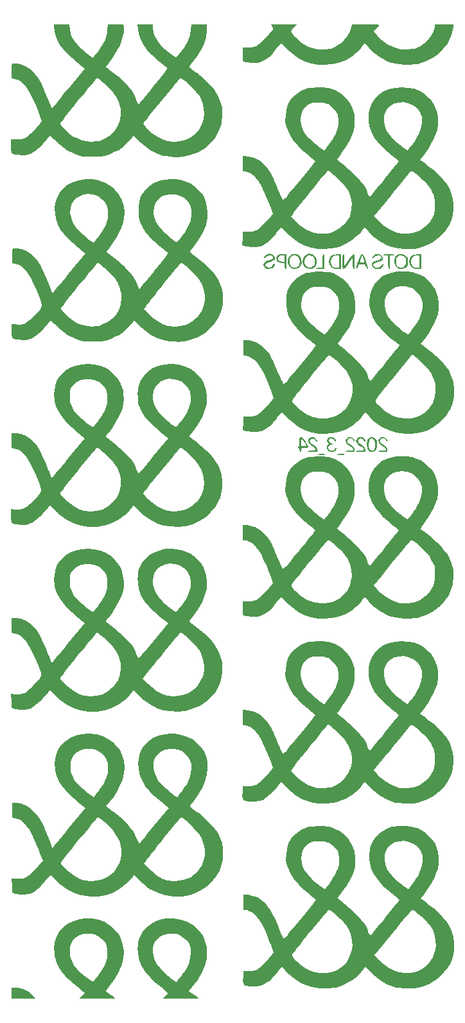
<source format=gbr>
%TF.GenerationSoftware,KiCad,Pcbnew,(6.0.2-0)*%
%TF.CreationDate,2022-03-24T14:58:07-04:00*%
%TF.ProjectId,dotspanel,646f7473-7061-46e6-956c-2e6b69636164,rev?*%
%TF.SameCoordinates,Original*%
%TF.FileFunction,Legend,Bot*%
%TF.FilePolarity,Positive*%
%FSLAX46Y46*%
G04 Gerber Fmt 4.6, Leading zero omitted, Abs format (unit mm)*
G04 Created by KiCad (PCBNEW (6.0.2-0)) date 2022-03-24 14:58:07*
%MOMM*%
%LPD*%
G01*
G04 APERTURE LIST*
G04 APERTURE END LIST*
%TO.C,G\u002A\u002A\u002A*%
G36*
X157012143Y-161420378D02*
G01*
X156890726Y-161818483D01*
X156590382Y-162542465D01*
X156184853Y-163309856D01*
X155693691Y-164085088D01*
X155136447Y-164832594D01*
X155132666Y-164837272D01*
X154950167Y-165071146D01*
X154820195Y-165252889D01*
X154770666Y-165343506D01*
X154773437Y-165353594D01*
X154862000Y-165441618D01*
X155036405Y-165559132D01*
X155209172Y-165670655D01*
X155556904Y-165925147D01*
X155967207Y-166250566D01*
X156404990Y-166617255D01*
X156835165Y-166995562D01*
X157222641Y-167355833D01*
X157532328Y-167668412D01*
X157655267Y-167804138D01*
X157946694Y-168149260D01*
X158208653Y-168488557D01*
X158396160Y-168764923D01*
X158743872Y-169455809D01*
X159024457Y-170340729D01*
X159151231Y-171258974D01*
X159139810Y-171639226D01*
X159123323Y-172188177D01*
X158939860Y-173105974D01*
X158599970Y-173990000D01*
X158280907Y-174526649D01*
X157810353Y-175117024D01*
X157251196Y-175673168D01*
X156643041Y-176156059D01*
X156025491Y-176526674D01*
X155911222Y-176581571D01*
X155481707Y-176766812D01*
X155041807Y-176930570D01*
X154670824Y-177042639D01*
X154365774Y-177102966D01*
X153801022Y-177168024D01*
X153172480Y-177198572D01*
X152537406Y-177193995D01*
X151953061Y-177153677D01*
X151476703Y-177077001D01*
X151258293Y-177020416D01*
X150382925Y-176694801D01*
X149523914Y-176223041D01*
X148709856Y-175622791D01*
X147969345Y-174911703D01*
X147431393Y-174322283D01*
X147217783Y-174642975D01*
X147161422Y-174723778D01*
X146868961Y-175081691D01*
X146501310Y-175466849D01*
X146111122Y-175826644D01*
X145751050Y-176108466D01*
X145291710Y-176389225D01*
X144700954Y-176682226D01*
X144097303Y-176922440D01*
X143549904Y-177079364D01*
X143259857Y-177128858D01*
X142705995Y-177182108D01*
X142093613Y-177202948D01*
X141478918Y-177191507D01*
X140918115Y-177147915D01*
X140467409Y-177072299D01*
X139822550Y-176868837D01*
X139009957Y-176493520D01*
X138217957Y-176005622D01*
X137488232Y-175431447D01*
X136862464Y-174797300D01*
X136444906Y-174308544D01*
X136230953Y-174591435D01*
X136218426Y-174607960D01*
X135862419Y-175051412D01*
X135474091Y-175493131D01*
X135085998Y-175899011D01*
X134730697Y-176234944D01*
X134440747Y-176466824D01*
X134199014Y-176618707D01*
X133630473Y-176866811D01*
X133021418Y-176975356D01*
X132333258Y-176953248D01*
X132237292Y-176942325D01*
X131840120Y-176891174D01*
X131577091Y-176824977D01*
X131421702Y-176712878D01*
X131347451Y-176524021D01*
X131327834Y-176227550D01*
X131336348Y-175792610D01*
X131360333Y-174894862D01*
X132052015Y-174913297D01*
X132207855Y-174915676D01*
X132572116Y-174898846D01*
X132890631Y-174836663D01*
X133187949Y-174714104D01*
X133488622Y-174516143D01*
X133817200Y-174227758D01*
X134198236Y-173833923D01*
X134656280Y-173319616D01*
X135129980Y-172775696D01*
X137767842Y-172775696D01*
X137797917Y-172879885D01*
X137915067Y-173073086D01*
X138093406Y-173305384D01*
X138435716Y-173670300D01*
X139000712Y-174151861D01*
X139618860Y-174564644D01*
X140247256Y-174881061D01*
X140843000Y-175073523D01*
X141482688Y-175177130D01*
X142245215Y-175191353D01*
X142955425Y-175066578D01*
X143642282Y-174799973D01*
X143818608Y-174707266D01*
X144460588Y-174258089D01*
X144983086Y-173704114D01*
X145378460Y-173064568D01*
X145471033Y-172813825D01*
X148665847Y-172813825D01*
X149099783Y-173314724D01*
X149191525Y-173418163D01*
X149802805Y-174004388D01*
X150471629Y-174489947D01*
X151164936Y-174853685D01*
X151849666Y-175074445D01*
X152669379Y-175188953D01*
X153477929Y-175163057D01*
X154225762Y-174982180D01*
X154921062Y-174644283D01*
X155572016Y-174147329D01*
X155942660Y-173747772D01*
X156340197Y-173115322D01*
X156606669Y-172403883D01*
X156733182Y-171639226D01*
X156710845Y-170847119D01*
X156611498Y-170310178D01*
X156403562Y-169707402D01*
X156081260Y-169115435D01*
X155625328Y-168492485D01*
X155606004Y-168469134D01*
X155409995Y-168258783D01*
X155143798Y-168003134D01*
X154835007Y-167725290D01*
X154511214Y-167448354D01*
X154200013Y-167195428D01*
X153928997Y-166989614D01*
X153725759Y-166854016D01*
X153617892Y-166811735D01*
X153566155Y-166858544D01*
X153415156Y-167025102D01*
X153178122Y-167299475D01*
X152866165Y-167668412D01*
X152490398Y-168118660D01*
X152061934Y-168636967D01*
X151591885Y-169210079D01*
X151091365Y-169824746D01*
X149646209Y-171605679D01*
X148665847Y-172813825D01*
X145471033Y-172813825D01*
X145639070Y-172358681D01*
X145757273Y-171605679D01*
X145725427Y-170824791D01*
X145535892Y-170035246D01*
X145451264Y-169805818D01*
X145250027Y-169375965D01*
X144984971Y-168958694D01*
X144621350Y-168495509D01*
X144458177Y-168315554D01*
X144193913Y-168052726D01*
X143884975Y-167765749D01*
X143559043Y-167478323D01*
X143243795Y-167214148D01*
X142966912Y-166996924D01*
X142756071Y-166850349D01*
X142638953Y-166798125D01*
X142633441Y-166800511D01*
X142544508Y-166887552D01*
X142365611Y-167087973D01*
X142109880Y-167385663D01*
X141790446Y-167764509D01*
X141420439Y-168208397D01*
X141012990Y-168701215D01*
X140581228Y-169226850D01*
X140138285Y-169769189D01*
X139697291Y-170312119D01*
X139271375Y-170839527D01*
X138873669Y-171335300D01*
X138517303Y-171783326D01*
X138215407Y-172167492D01*
X137981111Y-172471684D01*
X137827546Y-172679789D01*
X137767842Y-172775696D01*
X135129980Y-172775696D01*
X135387059Y-172480509D01*
X134928410Y-171309087D01*
X134866531Y-171151715D01*
X134484922Y-170216302D01*
X134135180Y-169428945D01*
X133808493Y-168775787D01*
X133496052Y-168242974D01*
X133189046Y-167816649D01*
X132878665Y-167482958D01*
X132556098Y-167228045D01*
X132212535Y-167038054D01*
X132135586Y-167005394D01*
X131860705Y-166916468D01*
X131635500Y-166879859D01*
X131402666Y-166878000D01*
X131402666Y-164822615D01*
X131960253Y-164879742D01*
X132547514Y-164980853D01*
X133205815Y-165222591D01*
X133815376Y-165607776D01*
X134008837Y-165766165D01*
X134317684Y-166066243D01*
X134609553Y-166420024D01*
X134895156Y-166845655D01*
X135185204Y-167361286D01*
X135490409Y-167985066D01*
X135821484Y-168735143D01*
X136189139Y-169629666D01*
X136211714Y-169685923D01*
X136367513Y-170067401D01*
X136502918Y-170387852D01*
X136604076Y-170615087D01*
X136657130Y-170716920D01*
X136663541Y-170715420D01*
X136750507Y-170631864D01*
X136926271Y-170437964D01*
X137176880Y-170150564D01*
X137488384Y-169786512D01*
X137846831Y-169362654D01*
X138238271Y-168895834D01*
X138648751Y-168402899D01*
X139064320Y-167900696D01*
X139471026Y-167406068D01*
X139854919Y-166935864D01*
X140202048Y-166506928D01*
X140498460Y-166136106D01*
X140730204Y-165840245D01*
X140883329Y-165636190D01*
X140943884Y-165540786D01*
X140908856Y-165490355D01*
X140763653Y-165354623D01*
X140531032Y-165160239D01*
X140238132Y-164930666D01*
X139429058Y-164272245D01*
X138638872Y-163514837D01*
X138006979Y-162761091D01*
X137527856Y-162004300D01*
X137195975Y-161237758D01*
X137097465Y-160928007D01*
X137033729Y-160662025D01*
X137002488Y-160396050D01*
X136997541Y-160091791D01*
X139012865Y-160091791D01*
X139039282Y-160512404D01*
X139171550Y-161080769D01*
X139426539Y-161625198D01*
X139817063Y-162170989D01*
X140355937Y-162743443D01*
X140420307Y-162804696D01*
X140769945Y-163120605D01*
X141142025Y-163435320D01*
X141466147Y-163688888D01*
X141530292Y-163735625D01*
X141782711Y-163912832D01*
X141974631Y-164037124D01*
X142068687Y-164084000D01*
X142117124Y-164061584D01*
X142259627Y-163923970D01*
X142457616Y-163685371D01*
X142690961Y-163374064D01*
X142939535Y-163018328D01*
X143183209Y-162646442D01*
X143401854Y-162286684D01*
X143575340Y-161967333D01*
X143686120Y-161743623D01*
X143826395Y-161442607D01*
X143911973Y-161205106D01*
X143956368Y-160975384D01*
X143973094Y-160697705D01*
X143975666Y-160316333D01*
X143975199Y-160174976D01*
X143964788Y-159796543D01*
X143935106Y-159525924D01*
X143878780Y-159315990D01*
X143788437Y-159119616D01*
X143637441Y-158871952D01*
X143203199Y-158390424D01*
X142631854Y-158005774D01*
X142516229Y-157946919D01*
X142301253Y-157857773D01*
X142078249Y-157806371D01*
X141793510Y-157782800D01*
X141393333Y-157777147D01*
X141181616Y-157778269D01*
X140844289Y-157791335D01*
X140596270Y-157827122D01*
X140383786Y-157895579D01*
X140153066Y-158006658D01*
X139942316Y-158128854D01*
X139520085Y-158479177D01*
X139230538Y-158911944D01*
X139064516Y-159443900D01*
X139012865Y-160091791D01*
X136997541Y-160091791D01*
X136997248Y-160073801D01*
X137011515Y-159639000D01*
X137015226Y-159561399D01*
X137109192Y-158759836D01*
X137307126Y-158076432D01*
X137620767Y-157488661D01*
X138061852Y-156973999D01*
X138642121Y-156509918D01*
X138803453Y-156402965D01*
X139199692Y-156176110D01*
X139594989Y-156014692D01*
X140031648Y-155907071D01*
X140551975Y-155841609D01*
X141198274Y-155806665D01*
X141323316Y-155802753D01*
X141778469Y-155793823D01*
X142122930Y-155801221D01*
X142404095Y-155829149D01*
X142669361Y-155881810D01*
X142966123Y-155963406D01*
X143317558Y-156083743D01*
X144071448Y-156461713D01*
X144734789Y-156966233D01*
X145290266Y-157579664D01*
X145720566Y-158284366D01*
X146008372Y-159062699D01*
X146056750Y-159290836D01*
X146116696Y-159832083D01*
X146125877Y-160316333D01*
X146128011Y-160428876D01*
X146090790Y-161010201D01*
X146005128Y-161505044D01*
X145986921Y-161573071D01*
X145762801Y-162198542D01*
X145421806Y-162902004D01*
X144978061Y-163659125D01*
X144445690Y-164445572D01*
X143838817Y-165237014D01*
X143838034Y-165284782D01*
X143947648Y-165424566D01*
X144196719Y-165644617D01*
X144588388Y-165947913D01*
X144794174Y-166104903D01*
X145368610Y-166578486D01*
X145927334Y-167086824D01*
X146445333Y-167604147D01*
X146897590Y-168104685D01*
X147259093Y-168562671D01*
X147504824Y-168952333D01*
X147514084Y-168970298D01*
X147679847Y-169313224D01*
X147824556Y-169648101D01*
X147917818Y-169904833D01*
X147950261Y-170006714D01*
X148025140Y-170191454D01*
X148081126Y-170264666D01*
X148117661Y-170231062D01*
X148248286Y-170084028D01*
X148458860Y-169836406D01*
X148734935Y-169505973D01*
X149062060Y-169110504D01*
X149425786Y-168667778D01*
X149811664Y-168195571D01*
X150205245Y-167711660D01*
X150592079Y-167233822D01*
X150957716Y-166779833D01*
X151287708Y-166367470D01*
X151567605Y-166014510D01*
X151782958Y-165738730D01*
X151919316Y-165557907D01*
X151962231Y-165489818D01*
X151766010Y-165351209D01*
X151367607Y-165045542D01*
X150917896Y-164678450D01*
X150459853Y-164286225D01*
X150036451Y-163905158D01*
X149690666Y-163571541D01*
X149670315Y-163550777D01*
X149039288Y-162836393D01*
X148564230Y-162136822D01*
X148235773Y-161432098D01*
X148044550Y-160702250D01*
X148003233Y-160196884D01*
X149973975Y-160196884D01*
X150085942Y-160836550D01*
X150347348Y-161500936D01*
X150347613Y-161501460D01*
X150573477Y-161856813D01*
X150913433Y-162273063D01*
X151338846Y-162720115D01*
X151821081Y-163167874D01*
X152331501Y-163586244D01*
X152503569Y-163715853D01*
X152765851Y-163905277D01*
X152960736Y-164035544D01*
X153055289Y-164084000D01*
X153118877Y-164042788D01*
X153266811Y-163887404D01*
X153468996Y-163643951D01*
X153702888Y-163341740D01*
X153945941Y-163010081D01*
X154175610Y-162678282D01*
X154369350Y-162375653D01*
X154698153Y-161739325D01*
X154932695Y-161029743D01*
X155019363Y-160347381D01*
X154958077Y-159705917D01*
X154748756Y-159119027D01*
X154391321Y-158600390D01*
X154329425Y-158533825D01*
X153833231Y-158134293D01*
X153246280Y-157875154D01*
X152562986Y-157753822D01*
X151910697Y-157773816D01*
X151324666Y-157929232D01*
X150831321Y-158205348D01*
X150440120Y-158586169D01*
X150160523Y-159055696D01*
X150001989Y-159597934D01*
X149973975Y-160196884D01*
X148003233Y-160196884D01*
X147981194Y-159927311D01*
X147981554Y-159843306D01*
X147997984Y-159429616D01*
X148033949Y-159034071D01*
X148083016Y-158732199D01*
X148169826Y-158422788D01*
X148483675Y-157730172D01*
X148935124Y-157118549D01*
X149509840Y-156601923D01*
X150193494Y-156194294D01*
X150971755Y-155909666D01*
X151302502Y-155847969D01*
X151789214Y-155804388D01*
X152337666Y-155789534D01*
X152891770Y-155803282D01*
X153395434Y-155845503D01*
X153792572Y-155916070D01*
X154463472Y-156155650D01*
X155147196Y-156533212D01*
X155767186Y-157011049D01*
X156288596Y-157562059D01*
X156676584Y-158159143D01*
X156816804Y-158476419D01*
X157021479Y-159181057D01*
X157126100Y-159943907D01*
X157125471Y-160347381D01*
X157124907Y-160709002D01*
X157012143Y-161420378D01*
G37*
G36*
X147731345Y-81907304D02*
G01*
X147802950Y-82135707D01*
X147829038Y-82239555D01*
X147797200Y-82304722D01*
X147714798Y-82265789D01*
X147617678Y-82143648D01*
X147541852Y-81971866D01*
X147497700Y-81839159D01*
X147423294Y-81746506D01*
X147280208Y-81709828D01*
X147018146Y-81703333D01*
X146800047Y-81706763D01*
X146638155Y-81733890D01*
X146559466Y-81809012D01*
X146515880Y-81956362D01*
X146447478Y-82156148D01*
X146346206Y-82279049D01*
X146244799Y-82265021D01*
X146250871Y-82177635D01*
X146304965Y-81962305D01*
X146398564Y-81652969D01*
X146487860Y-81385833D01*
X146727402Y-81385833D01*
X146729929Y-81394128D01*
X146827751Y-81433372D01*
X147023666Y-81449333D01*
X147124260Y-81448470D01*
X147256942Y-81428298D01*
X147303850Y-81354086D01*
X147275146Y-81190495D01*
X147180989Y-80902189D01*
X147041977Y-80494213D01*
X146884724Y-80908273D01*
X146826844Y-81065145D01*
X146755354Y-81276330D01*
X146727402Y-81385833D01*
X146487860Y-81385833D01*
X146522275Y-81282876D01*
X146642561Y-80945515D01*
X146760622Y-80646463D01*
X146853965Y-80464162D01*
X146936074Y-80373326D01*
X147020432Y-80348666D01*
X147082483Y-80360929D01*
X147164783Y-80431588D01*
X147254550Y-80587764D01*
X147365570Y-80854998D01*
X147511627Y-81258833D01*
X147544460Y-81354086D01*
X147625540Y-81589306D01*
X147731345Y-81907304D01*
G37*
G36*
X138014551Y-50451916D02*
G01*
X137852119Y-50657671D01*
X137719067Y-50852781D01*
X137668000Y-50965893D01*
X137686909Y-51031308D01*
X137805436Y-51217903D01*
X138008414Y-51465883D01*
X138267462Y-51743821D01*
X138554195Y-52020289D01*
X138840231Y-52263858D01*
X139107594Y-52464385D01*
X139792373Y-52884518D01*
X140481263Y-53159808D01*
X141212179Y-53302913D01*
X142023038Y-53326493D01*
X142335681Y-53312405D01*
X142667630Y-53282966D01*
X142929274Y-53230617D01*
X143178344Y-53142600D01*
X143472568Y-53006156D01*
X143578276Y-52952054D01*
X144162765Y-52569052D01*
X144681754Y-52089830D01*
X145109910Y-51545682D01*
X145421895Y-50967901D01*
X145592376Y-50387781D01*
X145648309Y-50038000D01*
X147457821Y-50038000D01*
X147661511Y-50038328D01*
X148174224Y-50042253D01*
X148615682Y-50050058D01*
X148961365Y-50061044D01*
X149186755Y-50074508D01*
X149267333Y-50089749D01*
X149225202Y-50164717D01*
X149099910Y-50333958D01*
X148920540Y-50555706D01*
X148573747Y-50969912D01*
X149003571Y-51466064D01*
X149025747Y-51491518D01*
X149655203Y-52113289D01*
X150350983Y-52628020D01*
X151081680Y-53015719D01*
X151815888Y-53256392D01*
X152164759Y-53306066D01*
X152611566Y-53330147D01*
X153085888Y-53324810D01*
X153177644Y-53320363D01*
X153570283Y-53290515D01*
X153872957Y-53238000D01*
X154152147Y-53147428D01*
X154474333Y-53003412D01*
X154542274Y-52969784D01*
X155130232Y-52595242D01*
X155655418Y-52115184D01*
X156091649Y-51562192D01*
X156412741Y-50968847D01*
X156592510Y-50367729D01*
X156648217Y-50038000D01*
X159099042Y-50038000D01*
X159041161Y-50440166D01*
X158986498Y-50722916D01*
X158895962Y-51090860D01*
X158790060Y-51459018D01*
X158666271Y-51802154D01*
X158269458Y-52566113D01*
X157734170Y-53274740D01*
X157080061Y-53910462D01*
X156326784Y-54455706D01*
X155493990Y-54892901D01*
X154601333Y-55204472D01*
X154430828Y-55243893D01*
X153896414Y-55319481D01*
X153277979Y-55355042D01*
X152625494Y-55351733D01*
X151988931Y-55310712D01*
X151418262Y-55233138D01*
X150963457Y-55120168D01*
X150404714Y-54905239D01*
X149493763Y-54432674D01*
X148661683Y-53827934D01*
X147882004Y-53073439D01*
X147341377Y-52481089D01*
X147157845Y-52778051D01*
X147069793Y-52898594D01*
X146863053Y-53137791D01*
X146591289Y-53424012D01*
X146290096Y-53718674D01*
X145655398Y-54246344D01*
X144835515Y-54745146D01*
X143946977Y-55096210D01*
X142978632Y-55303755D01*
X141919330Y-55372000D01*
X141293590Y-55349018D01*
X140353483Y-55211053D01*
X139481278Y-54940616D01*
X138656322Y-54528650D01*
X137857962Y-53966102D01*
X137065545Y-53243915D01*
X136336090Y-52506496D01*
X135728820Y-53256730D01*
X135240499Y-53825680D01*
X134727441Y-54330589D01*
X134236372Y-54700645D01*
X133747076Y-54948299D01*
X133239335Y-55086000D01*
X132692931Y-55126196D01*
X132686756Y-55126144D01*
X132306206Y-55108069D01*
X131936434Y-55066400D01*
X131656666Y-55010020D01*
X131275666Y-54898886D01*
X131275666Y-53058738D01*
X131940334Y-53078145D01*
X132301745Y-53074529D01*
X132696678Y-53017825D01*
X133052205Y-52886873D01*
X133400803Y-52664454D01*
X133774948Y-52333352D01*
X134207116Y-51876346D01*
X134485584Y-51566292D01*
X134755255Y-51266202D01*
X134972909Y-51024174D01*
X135108001Y-50874187D01*
X135149179Y-50828038D01*
X135249213Y-50686787D01*
X135255918Y-50552538D01*
X135180255Y-50345020D01*
X135051974Y-50038000D01*
X138361101Y-50038000D01*
X138014551Y-50451916D01*
G37*
G36*
X147062512Y-104469322D02*
G01*
X147299968Y-104607420D01*
X147443619Y-104880833D01*
X147462120Y-105013625D01*
X147388116Y-105071333D01*
X147297104Y-105027406D01*
X147191910Y-104880833D01*
X147083855Y-104744700D01*
X146836072Y-104664018D01*
X146703067Y-104657911D01*
X146574148Y-104705056D01*
X146509117Y-104855618D01*
X146492331Y-104956579D01*
X146530610Y-105141907D01*
X146687010Y-105314995D01*
X146983617Y-105506123D01*
X147174603Y-105637275D01*
X147408163Y-105924800D01*
X147489333Y-106260650D01*
X147488543Y-106286527D01*
X147461528Y-106361199D01*
X147370124Y-106403267D01*
X147179377Y-106421833D01*
X146854333Y-106426000D01*
X146824555Y-106425920D01*
X146511411Y-106413729D01*
X146298125Y-106383994D01*
X146219333Y-106341333D01*
X146273293Y-106303097D01*
X146456743Y-106269519D01*
X146727333Y-106256666D01*
X146960833Y-106253327D01*
X147139274Y-106232262D01*
X147217804Y-106180043D01*
X147235333Y-106083395D01*
X147170572Y-105926468D01*
X146963718Y-105765895D01*
X146741489Y-105629063D01*
X146475851Y-105409730D01*
X146289575Y-105188360D01*
X146219333Y-105002559D01*
X146222995Y-104943775D01*
X146329311Y-104692139D01*
X146550859Y-104513028D01*
X146844634Y-104444800D01*
X147062512Y-104469322D01*
G37*
G36*
X139899416Y-105859659D02*
G01*
X139749235Y-105906968D01*
X139488333Y-105918000D01*
X139481212Y-105918000D01*
X139218079Y-105922526D01*
X139081730Y-105951212D01*
X139030486Y-106026792D01*
X139022666Y-106172000D01*
X138996493Y-106350271D01*
X138895666Y-106426000D01*
X138806531Y-106373652D01*
X138768666Y-106172000D01*
X138768660Y-106168839D01*
X138743447Y-105991572D01*
X138684000Y-105918000D01*
X138645051Y-105903671D01*
X138599333Y-105791000D01*
X138608885Y-105732576D01*
X138684000Y-105664000D01*
X139022666Y-105664000D01*
X139709573Y-105664000D01*
X139558764Y-105408700D01*
X139402962Y-105169557D01*
X139218356Y-104921867D01*
X139028756Y-104690333D01*
X139025711Y-105177166D01*
X139022666Y-105664000D01*
X138684000Y-105664000D01*
X138684082Y-105663999D01*
X138727496Y-105585434D01*
X138757479Y-105375357D01*
X138768666Y-105071333D01*
X138768895Y-104959054D01*
X138776139Y-104693839D01*
X138802399Y-104549895D01*
X138859475Y-104490540D01*
X138959166Y-104479092D01*
X138999395Y-104483407D01*
X139141156Y-104559771D01*
X139318512Y-104746990D01*
X139551833Y-105065212D01*
X139701509Y-105286831D01*
X139873965Y-105570914D01*
X139907637Y-105664000D01*
X139940463Y-105754749D01*
X139899416Y-105859659D01*
G37*
G36*
X128559301Y-62186697D02*
G01*
X128538297Y-62696692D01*
X128494068Y-63085602D01*
X128423863Y-63384026D01*
X128107794Y-64171472D01*
X127612523Y-65001266D01*
X126990284Y-65734344D01*
X126253909Y-66360038D01*
X125416233Y-66867682D01*
X124490092Y-67246608D01*
X123488318Y-67486150D01*
X123321105Y-67507075D01*
X122854852Y-67530214D01*
X122310529Y-67523141D01*
X121748727Y-67488912D01*
X121230040Y-67430588D01*
X120815057Y-67351225D01*
X119959226Y-67064794D01*
X119112617Y-66631718D01*
X118307887Y-66053284D01*
X117525667Y-65317520D01*
X116899740Y-64658581D01*
X116729812Y-64904790D01*
X116648639Y-65008408D01*
X116452246Y-65230632D01*
X116191956Y-65506954D01*
X115902058Y-65800280D01*
X115662802Y-66029204D01*
X115293036Y-66340515D01*
X114913348Y-66593391D01*
X114454615Y-66837357D01*
X114269126Y-66925403D01*
X113846887Y-67108482D01*
X113439668Y-67265195D01*
X113114666Y-67368886D01*
X113073576Y-67379188D01*
X112610523Y-67457427D01*
X112043133Y-67503038D01*
X111425531Y-67516141D01*
X110811837Y-67496856D01*
X110256175Y-67445302D01*
X109812666Y-67361599D01*
X109023395Y-67089266D01*
X108104264Y-66614845D01*
X107235776Y-65989886D01*
X106432761Y-65223770D01*
X105899530Y-64643000D01*
X105592264Y-65024000D01*
X105467368Y-65172476D01*
X105218143Y-65453659D01*
X104919159Y-65779520D01*
X104610720Y-66105645D01*
X104371804Y-66345320D01*
X103905060Y-66749953D01*
X103465418Y-67029512D01*
X103020693Y-67202341D01*
X102538705Y-67286786D01*
X102458401Y-67292442D01*
X102102185Y-67290723D01*
X101713775Y-67256914D01*
X101343550Y-67198489D01*
X101041888Y-67122918D01*
X100859166Y-67037674D01*
X100845412Y-67022742D01*
X100793674Y-66863371D01*
X100763273Y-66551639D01*
X100753333Y-66079628D01*
X100753333Y-65208656D01*
X101494166Y-65221931D01*
X101865390Y-65221951D01*
X102151995Y-65199271D01*
X102372840Y-65144807D01*
X102581286Y-65050126D01*
X102582914Y-65049250D01*
X102755454Y-64925609D01*
X103011931Y-64704832D01*
X103323623Y-64415471D01*
X103661807Y-64086074D01*
X103997761Y-63745191D01*
X104302763Y-63421373D01*
X104548091Y-63143169D01*
X104571852Y-63112276D01*
X107204219Y-63112276D01*
X107223364Y-63182523D01*
X107344572Y-63357951D01*
X107552829Y-63596538D01*
X107821657Y-63872504D01*
X108124573Y-64160064D01*
X108435098Y-64433437D01*
X108726750Y-64666839D01*
X108973049Y-64834487D01*
X109182057Y-64948917D01*
X109575653Y-65137565D01*
X109940829Y-65285559D01*
X110212507Y-65365073D01*
X110751649Y-65460686D01*
X111327225Y-65501764D01*
X111874882Y-65485031D01*
X112330268Y-65407212D01*
X112542459Y-65341603D01*
X113284248Y-65010463D01*
X113920921Y-64560381D01*
X114442045Y-64007287D01*
X114837189Y-63367108D01*
X114929938Y-63112108D01*
X118174896Y-63112108D01*
X118214779Y-63212660D01*
X118328862Y-63362067D01*
X118533163Y-63583098D01*
X118843701Y-63898523D01*
X119385917Y-64397771D01*
X120033926Y-64866850D01*
X120693384Y-65198412D01*
X121390218Y-65407823D01*
X122206249Y-65509752D01*
X123015950Y-65460032D01*
X123774308Y-65254346D01*
X124470365Y-64895715D01*
X125093159Y-64387159D01*
X125498316Y-63908142D01*
X125873584Y-63246322D01*
X126106233Y-62530842D01*
X126196138Y-61782755D01*
X126143174Y-61023110D01*
X125947217Y-60272960D01*
X125608141Y-59553355D01*
X125125821Y-58885348D01*
X124935698Y-58678302D01*
X124649203Y-58389068D01*
X124326802Y-58080911D01*
X123994428Y-57776946D01*
X123678017Y-57500289D01*
X123403502Y-57274058D01*
X123196819Y-57121367D01*
X123083902Y-57065333D01*
X123050863Y-57097589D01*
X122920944Y-57246538D01*
X122703453Y-57504550D01*
X122409381Y-57858327D01*
X122049718Y-58294574D01*
X121635454Y-58799994D01*
X121177578Y-59361290D01*
X120687082Y-59965166D01*
X120352083Y-60378389D01*
X119876552Y-60964702D01*
X119438671Y-61504301D01*
X119126123Y-61889205D01*
X119049928Y-61983040D01*
X118721816Y-62386778D01*
X118465824Y-62701371D01*
X118293442Y-62912675D01*
X118216162Y-63006547D01*
X118193192Y-63037641D01*
X118174896Y-63112108D01*
X114929938Y-63112108D01*
X115095918Y-62655771D01*
X115207800Y-61889205D01*
X115162402Y-61083338D01*
X115133872Y-60918893D01*
X114948841Y-60250743D01*
X114650953Y-59617344D01*
X114227451Y-58999350D01*
X113665581Y-58377420D01*
X112952585Y-57732207D01*
X112935777Y-57718156D01*
X112627358Y-57464124D01*
X112367111Y-57256608D01*
X112181985Y-57116660D01*
X112098929Y-57065333D01*
X112087121Y-57073397D01*
X111987269Y-57179755D01*
X111799537Y-57397002D01*
X111536891Y-57709119D01*
X111212294Y-58100090D01*
X110838713Y-58553899D01*
X110429110Y-59054529D01*
X109996452Y-59585962D01*
X109553704Y-60132183D01*
X109113829Y-60677174D01*
X108689793Y-61204919D01*
X108294561Y-61699401D01*
X107941096Y-62144603D01*
X107642365Y-62524508D01*
X107411332Y-62823100D01*
X107260962Y-63024361D01*
X107204219Y-63112276D01*
X104571852Y-63112276D01*
X104705023Y-62939130D01*
X104745698Y-62856794D01*
X104757235Y-62752186D01*
X104731728Y-62599744D01*
X104662349Y-62372271D01*
X104542269Y-62042568D01*
X104364659Y-61583436D01*
X104009288Y-60702620D01*
X103635851Y-59850165D01*
X103284647Y-59139879D01*
X102946876Y-58559732D01*
X102613740Y-58097692D01*
X102276439Y-57741728D01*
X101926175Y-57479808D01*
X101554149Y-57299902D01*
X101151562Y-57189979D01*
X100838000Y-57131154D01*
X100838000Y-56181021D01*
X100840617Y-55843072D01*
X100849178Y-55515835D01*
X100862280Y-55286360D01*
X100878462Y-55190427D01*
X100881859Y-55188177D01*
X100995587Y-55178982D01*
X101226869Y-55188596D01*
X101530235Y-55215283D01*
X101980546Y-55290670D01*
X102601874Y-55507979D01*
X103175880Y-55863225D01*
X103732065Y-56371906D01*
X103893683Y-56551238D01*
X104160265Y-56890087D01*
X104417206Y-57280530D01*
X104676434Y-57744606D01*
X104949879Y-58304351D01*
X105249468Y-58981804D01*
X105587132Y-59799001D01*
X106126150Y-61135669D01*
X106424241Y-60777168D01*
X106505163Y-60678962D01*
X106697581Y-60443667D01*
X106970915Y-60108328D01*
X107310343Y-59691167D01*
X107701039Y-59210407D01*
X108128181Y-58684271D01*
X108576943Y-58130980D01*
X110431552Y-55843293D01*
X110107327Y-55586480D01*
X109532235Y-55121076D01*
X108748265Y-54443609D01*
X108102267Y-53823264D01*
X107585131Y-53250446D01*
X107187752Y-52715562D01*
X106901021Y-52209018D01*
X106788260Y-51951105D01*
X106598033Y-51400635D01*
X106471765Y-50863018D01*
X106426000Y-50401211D01*
X106426000Y-50038000D01*
X108435247Y-50038000D01*
X108477706Y-50631422D01*
X108479805Y-50659111D01*
X108572137Y-51197328D01*
X108767912Y-51716094D01*
X109078220Y-52231010D01*
X109514149Y-52757675D01*
X110086790Y-53311690D01*
X110807230Y-53908655D01*
X111505460Y-54454300D01*
X111738563Y-54180711D01*
X112234774Y-53563024D01*
X112683810Y-52905972D01*
X113050607Y-52239854D01*
X113134058Y-52067194D01*
X113278339Y-51737528D01*
X113365147Y-51458331D01*
X113412546Y-51161605D01*
X113438601Y-50779354D01*
X113474046Y-50038000D01*
X115562327Y-50038000D01*
X115616331Y-50325867D01*
X115639030Y-50595970D01*
X115601056Y-51075169D01*
X115489899Y-51629126D01*
X115316080Y-52217887D01*
X115090123Y-52801497D01*
X114822549Y-53340000D01*
X114479487Y-53904049D01*
X114027154Y-54567936D01*
X113564187Y-55175665D01*
X113373442Y-55418003D01*
X113272501Y-55576535D01*
X113257859Y-55669240D01*
X113315714Y-55726731D01*
X113316434Y-55727137D01*
X113435938Y-55808299D01*
X113657046Y-55970290D01*
X113948450Y-56189809D01*
X114278843Y-56443554D01*
X114860474Y-56910580D01*
X115602365Y-57572915D01*
X116208137Y-58210944D01*
X116692413Y-58842314D01*
X117069817Y-59484672D01*
X117354973Y-60155666D01*
X117417769Y-60320072D01*
X117502548Y-60499110D01*
X117557669Y-60561476D01*
X117613768Y-60502704D01*
X117765418Y-60326105D01*
X117999636Y-60046567D01*
X118304065Y-59679009D01*
X118666353Y-59238354D01*
X119074145Y-58739521D01*
X119515087Y-58197431D01*
X119998888Y-57599112D01*
X120424234Y-57067264D01*
X120756501Y-56643473D01*
X121003921Y-56316528D01*
X121174726Y-56075218D01*
X121277147Y-55908329D01*
X121319416Y-55804652D01*
X121309764Y-55752974D01*
X121295809Y-55740804D01*
X121164594Y-55631050D01*
X120936272Y-55443080D01*
X120638670Y-55199734D01*
X120299615Y-54923855D01*
X120145582Y-54797450D01*
X119335404Y-54075469D01*
X118680441Y-53379226D01*
X118172707Y-52696613D01*
X117804213Y-52015526D01*
X117566971Y-51323856D01*
X117452993Y-50609500D01*
X117409914Y-50038000D01*
X119442394Y-50038000D01*
X119453070Y-50501122D01*
X119510753Y-51013135D01*
X119692326Y-51580307D01*
X120005163Y-52142314D01*
X120457447Y-52710994D01*
X121057359Y-53298186D01*
X121813083Y-53915729D01*
X122500038Y-54438663D01*
X122850831Y-54040141D01*
X122946489Y-53929846D01*
X123564196Y-53115567D01*
X124020748Y-52308779D01*
X124313883Y-51514188D01*
X124441333Y-50736500D01*
X124481235Y-50038000D01*
X126576666Y-50038000D01*
X126576666Y-50706414D01*
X126568851Y-50944720D01*
X126443440Y-51734766D01*
X126169824Y-52571720D01*
X125754218Y-53441900D01*
X125202842Y-54331628D01*
X124521912Y-55227222D01*
X124366138Y-55422088D01*
X124249179Y-55585635D01*
X124216445Y-55657913D01*
X124221291Y-55661636D01*
X124320169Y-55736143D01*
X124523314Y-55888654D01*
X124804458Y-56099462D01*
X125137333Y-56348857D01*
X125216743Y-56408647D01*
X126150735Y-57169577D01*
X126925046Y-57919717D01*
X127547448Y-58668327D01*
X128025712Y-59424668D01*
X128367609Y-60198000D01*
X128443713Y-60434362D01*
X128503211Y-60692991D01*
X128539192Y-60984741D01*
X128556994Y-61354961D01*
X128561291Y-61782755D01*
X128561956Y-61849000D01*
X128559301Y-62186697D01*
G37*
G36*
X115367464Y-174032333D02*
G01*
X115211563Y-174440221D01*
X114869393Y-175155190D01*
X114440154Y-175898442D01*
X113952082Y-176622559D01*
X113433413Y-177280124D01*
X113188191Y-177564582D01*
X113828762Y-178026539D01*
X113984239Y-178139765D01*
X114233485Y-178326729D01*
X114405308Y-178463106D01*
X114469333Y-178525247D01*
X114468379Y-178526300D01*
X114370564Y-178535796D01*
X114127279Y-178544325D01*
X113760092Y-178551549D01*
X113290571Y-178557129D01*
X112740285Y-178560725D01*
X112130801Y-178562000D01*
X109792268Y-178562000D01*
X110114336Y-178168959D01*
X110436403Y-177775918D01*
X110230368Y-177611702D01*
X109852594Y-177307823D01*
X109054275Y-176640434D01*
X108386437Y-176037312D01*
X107838193Y-175483267D01*
X107398652Y-174963109D01*
X107056925Y-174461650D01*
X106802123Y-173963699D01*
X106623357Y-173454066D01*
X106509736Y-172917563D01*
X106463913Y-172470969D01*
X108475741Y-172470969D01*
X108550609Y-173007033D01*
X108738507Y-173569519D01*
X109047150Y-174118183D01*
X109487033Y-174668189D01*
X110068651Y-175234701D01*
X110802501Y-175832886D01*
X111015201Y-175993791D01*
X111269503Y-176183160D01*
X111448295Y-176312530D01*
X111522168Y-176360350D01*
X111542499Y-176345791D01*
X111647330Y-176230017D01*
X111814826Y-176025824D01*
X112019428Y-175765945D01*
X112235577Y-175483115D01*
X112437716Y-175210067D01*
X112600286Y-174979537D01*
X112759031Y-174725210D01*
X112962329Y-174362571D01*
X113142846Y-174005870D01*
X113144076Y-174003259D01*
X113265766Y-173731056D01*
X113343424Y-173503064D01*
X113386860Y-173265915D01*
X113405883Y-172966239D01*
X113410302Y-172550666D01*
X113409312Y-172319698D01*
X113397625Y-171960102D01*
X113367358Y-171702284D01*
X113311750Y-171501284D01*
X113224040Y-171312144D01*
X113060126Y-171060652D01*
X112697774Y-170672253D01*
X112263600Y-170343961D01*
X111816771Y-170125659D01*
X111381935Y-170020975D01*
X110810344Y-169979412D01*
X110251213Y-170029759D01*
X109770333Y-170170573D01*
X109338062Y-170406457D01*
X108921887Y-170777359D01*
X108642704Y-171239283D01*
X108495619Y-171800921D01*
X108475741Y-172470969D01*
X106463913Y-172470969D01*
X106450372Y-172339000D01*
X106439550Y-171992292D01*
X106507271Y-171156664D01*
X106714841Y-170413194D01*
X107063944Y-169757084D01*
X107556259Y-169183538D01*
X107604310Y-169138878D01*
X108248252Y-168661124D01*
X108984499Y-168306578D01*
X109787793Y-168078359D01*
X110632875Y-167979583D01*
X111494489Y-168013369D01*
X112347376Y-168182833D01*
X113166279Y-168491095D01*
X113552795Y-168715644D01*
X114013011Y-169066228D01*
X114451640Y-169477159D01*
X114824001Y-169906075D01*
X115085413Y-170310616D01*
X115222212Y-170606119D01*
X115490432Y-171445750D01*
X115605510Y-172315954D01*
X115594672Y-172550666D01*
X115565251Y-173187794D01*
X115367464Y-174032333D01*
G37*
G36*
X150099531Y-104534779D02*
G01*
X150293006Y-104695734D01*
X150368000Y-104915122D01*
X150367108Y-104946082D01*
X150324356Y-105059760D01*
X150236378Y-105028922D01*
X150129405Y-104859666D01*
X150054801Y-104750347D01*
X149876698Y-104654166D01*
X149675418Y-104658307D01*
X149498164Y-104746481D01*
X149392142Y-104902401D01*
X149404556Y-105109777D01*
X149444217Y-105168510D01*
X149603518Y-105311733D01*
X149829519Y-105463755D01*
X149905895Y-105509831D01*
X150181476Y-105719935D01*
X150326083Y-105939869D01*
X150368000Y-106208767D01*
X150366864Y-106270364D01*
X150343748Y-106358754D01*
X150262068Y-106405134D01*
X150084904Y-106423039D01*
X149775333Y-106426000D01*
X149774758Y-106425999D01*
X149470862Y-106414776D01*
X149260976Y-106384765D01*
X149182666Y-106341333D01*
X149222563Y-106306964D01*
X149389883Y-106270727D01*
X149643336Y-106256666D01*
X149828207Y-106249437D01*
X150050178Y-106216761D01*
X150159630Y-106166664D01*
X150168530Y-106085981D01*
X150072101Y-105924871D01*
X149868545Y-105742805D01*
X149586188Y-105569294D01*
X149582034Y-105567160D01*
X149333152Y-105370226D01*
X149200442Y-105123240D01*
X149186290Y-104867075D01*
X149293083Y-104642603D01*
X149523208Y-104490699D01*
X149546190Y-104483146D01*
X149834839Y-104456002D01*
X150099531Y-104534779D01*
G37*
G36*
X138936220Y-81847076D02*
G01*
X138711999Y-82122815D01*
X138556118Y-82214610D01*
X138214396Y-82294400D01*
X137856492Y-82263558D01*
X137554459Y-82122126D01*
X137365432Y-81908244D01*
X137234558Y-81568098D01*
X137221936Y-81246157D01*
X137444784Y-81246157D01*
X137487448Y-81626000D01*
X137675512Y-81945891D01*
X137766220Y-82023384D01*
X138038013Y-82122142D01*
X138329895Y-82092841D01*
X138578298Y-81936166D01*
X138717508Y-81746959D01*
X138824881Y-81387106D01*
X138769936Y-80987513D01*
X138665543Y-80764174D01*
X138450434Y-80576772D01*
X138133666Y-80518000D01*
X137899002Y-80546766D01*
X137655262Y-80694920D01*
X137498784Y-80983309D01*
X137444784Y-81246157D01*
X137221936Y-81246157D01*
X137219772Y-81190972D01*
X137321503Y-80825113D01*
X137540182Y-80518768D01*
X137763858Y-80379378D01*
X138100736Y-80311398D01*
X138443870Y-80358133D01*
X138727974Y-80519541D01*
X138912404Y-80758810D01*
X139036904Y-81116757D01*
X139042454Y-81387106D01*
X139044682Y-81495618D01*
X138936220Y-81847076D01*
G37*
G36*
X144409667Y-106686830D02*
G01*
X144630181Y-106717570D01*
X144737666Y-106764666D01*
X144722285Y-106801567D01*
X144568864Y-106836853D01*
X144276997Y-106849333D01*
X144043233Y-106840203D01*
X143841200Y-106809661D01*
X143764000Y-106764666D01*
X143803896Y-106730298D01*
X143971217Y-106694061D01*
X144224670Y-106680000D01*
X144409667Y-106686830D01*
G37*
G36*
X153051073Y-81487539D02*
G01*
X153009666Y-81764589D01*
X152930705Y-81947658D01*
X152791119Y-82097105D01*
X152591138Y-82224137D01*
X152236913Y-82305483D01*
X151871391Y-82250402D01*
X151546345Y-82060420D01*
X151410421Y-81907368D01*
X151256390Y-81558333D01*
X151240726Y-81244212D01*
X151492479Y-81244212D01*
X151520443Y-81574198D01*
X151629050Y-81859374D01*
X151813379Y-82045235D01*
X152107777Y-82129370D01*
X152409207Y-82081424D01*
X152647855Y-81903581D01*
X152648237Y-81903094D01*
X152783229Y-81622851D01*
X152828743Y-81284728D01*
X152784621Y-80955838D01*
X152650702Y-80703298D01*
X152476277Y-80582787D01*
X152194570Y-80516198D01*
X151909173Y-80546906D01*
X151689836Y-80676832D01*
X151550080Y-80923923D01*
X151492479Y-81244212D01*
X151240726Y-81244212D01*
X151236756Y-81164591D01*
X151358214Y-80772000D01*
X151390759Y-80714531D01*
X151633708Y-80463230D01*
X151950228Y-80330626D01*
X152297692Y-80319449D01*
X152633474Y-80432428D01*
X152914947Y-80672295D01*
X152945864Y-80713094D01*
X153034804Y-80879793D01*
X153068093Y-81087359D01*
X153061763Y-81284728D01*
X153058111Y-81398605D01*
X153051073Y-81487539D01*
G37*
G36*
X141988873Y-80363893D02*
G01*
X142029815Y-80441911D01*
X142054803Y-80610082D01*
X142067274Y-80894768D01*
X142070666Y-81322333D01*
X142070666Y-82296000D01*
X141520333Y-82296000D01*
X141253740Y-82285868D01*
X141047757Y-82255576D01*
X140970000Y-82211333D01*
X140998568Y-82180835D01*
X141151846Y-82141896D01*
X141393333Y-82126666D01*
X141816666Y-82126666D01*
X141816666Y-81237666D01*
X141817672Y-81003424D01*
X141826579Y-80675964D01*
X141847944Y-80475908D01*
X141885671Y-80375921D01*
X141943666Y-80348666D01*
X141988873Y-80363893D01*
G37*
G36*
X156929448Y-112652378D02*
G01*
X156901452Y-112755303D01*
X156716965Y-113271588D01*
X156448763Y-113861668D01*
X156119602Y-114481980D01*
X155752236Y-115088959D01*
X155369421Y-115639039D01*
X155146157Y-115935623D01*
X154941693Y-116209182D01*
X154795265Y-116407310D01*
X154729002Y-116500251D01*
X154728236Y-116501926D01*
X154781140Y-116581779D01*
X154945613Y-116737533D01*
X155196988Y-116947429D01*
X155510595Y-117189706D01*
X155858785Y-117461609D01*
X156357521Y-117885747D01*
X156856598Y-118344838D01*
X157328776Y-118811679D01*
X157746813Y-119259067D01*
X158083465Y-119659799D01*
X158311493Y-119986670D01*
X158475715Y-120296427D01*
X158662203Y-120699701D01*
X158818380Y-121087336D01*
X158838857Y-121144137D01*
X158930019Y-121421375D01*
X158989255Y-121673720D01*
X159022947Y-121949700D01*
X159037475Y-122297840D01*
X159038567Y-122590950D01*
X159039222Y-122766666D01*
X159034111Y-123171004D01*
X159015738Y-123560157D01*
X158977705Y-123874059D01*
X158913245Y-124164687D01*
X158815589Y-124484018D01*
X158745972Y-124679740D01*
X158347461Y-125500251D01*
X157808347Y-126253329D01*
X157146404Y-126922998D01*
X156379405Y-127493284D01*
X155525123Y-127948211D01*
X154601333Y-128271806D01*
X154430828Y-128311226D01*
X153896414Y-128386814D01*
X153277979Y-128422375D01*
X152625494Y-128419066D01*
X151988931Y-128378045D01*
X151418262Y-128300471D01*
X150963457Y-128187501D01*
X150404714Y-127972573D01*
X149493763Y-127500007D01*
X148661683Y-126895268D01*
X147882004Y-126140773D01*
X147341377Y-125548423D01*
X147157845Y-125845384D01*
X147069793Y-125965927D01*
X146863053Y-126205124D01*
X146591289Y-126491346D01*
X146290096Y-126786008D01*
X145655398Y-127313677D01*
X144835515Y-127812479D01*
X143946977Y-128163544D01*
X142978632Y-128371089D01*
X141919330Y-128439333D01*
X141293590Y-128416351D01*
X140353483Y-128278387D01*
X139481278Y-128007949D01*
X138656322Y-127595984D01*
X137857962Y-127033435D01*
X137065545Y-126311248D01*
X136336090Y-125573829D01*
X135728820Y-126324064D01*
X135240499Y-126893013D01*
X134727441Y-127397922D01*
X134236372Y-127767979D01*
X133747076Y-128015633D01*
X133239335Y-128153333D01*
X132692931Y-128193530D01*
X132686756Y-128193478D01*
X132306206Y-128175402D01*
X131936434Y-128133734D01*
X131656666Y-128077354D01*
X131275666Y-127966220D01*
X131275666Y-126126071D01*
X131940334Y-126145478D01*
X132301745Y-126141863D01*
X132696678Y-126085158D01*
X133052205Y-125954206D01*
X133400803Y-125731788D01*
X133774948Y-125400685D01*
X134207116Y-124943680D01*
X134485721Y-124633462D01*
X134754825Y-124333973D01*
X134971704Y-124092761D01*
X135051498Y-124004136D01*
X137683176Y-124004136D01*
X137690642Y-124067694D01*
X137790943Y-124251973D01*
X137981556Y-124499713D01*
X138236977Y-124781663D01*
X138531703Y-125068572D01*
X138840231Y-125331192D01*
X138994812Y-125448684D01*
X139787775Y-125938359D01*
X140625534Y-126270890D01*
X141053531Y-126357667D01*
X141578941Y-126400663D01*
X142128816Y-126397229D01*
X142640591Y-126347826D01*
X143051698Y-126252918D01*
X143302606Y-126156584D01*
X143997114Y-125776678D01*
X144592907Y-125274680D01*
X145073982Y-124669403D01*
X145392878Y-124041595D01*
X148577515Y-124041595D01*
X149005455Y-124535572D01*
X149463681Y-125010817D01*
X150162665Y-125573268D01*
X150909000Y-126006437D01*
X151672618Y-126290540D01*
X152092288Y-126366966D01*
X152619492Y-126402663D01*
X153167788Y-126392205D01*
X153675477Y-126336935D01*
X154080858Y-126238194D01*
X154694834Y-125959846D01*
X155353425Y-125498184D01*
X155900519Y-124911018D01*
X156327656Y-124206000D01*
X156417443Y-124013416D01*
X156498755Y-123807710D01*
X156549705Y-123605919D01*
X156577354Y-123364734D01*
X156588765Y-123040848D01*
X156591000Y-122590950D01*
X156591000Y-121526233D01*
X156224470Y-120786545D01*
X156138282Y-120617736D01*
X155886805Y-120192127D01*
X155593194Y-119805873D01*
X155208470Y-119391737D01*
X154924169Y-119112074D01*
X154503729Y-118726061D01*
X154130389Y-118416755D01*
X153820590Y-118196539D01*
X153590773Y-118077796D01*
X153457378Y-118072907D01*
X153411089Y-118120816D01*
X153264306Y-118290365D01*
X153030955Y-118567928D01*
X152722334Y-118939821D01*
X152349739Y-119392356D01*
X151924469Y-119911849D01*
X151457820Y-120484614D01*
X150961090Y-121096964D01*
X149560455Y-122827286D01*
X148577515Y-124041595D01*
X145392878Y-124041595D01*
X145424337Y-123979662D01*
X145627969Y-123224268D01*
X145672390Y-122827286D01*
X145640535Y-122020191D01*
X145441129Y-121234964D01*
X145073971Y-120470954D01*
X144538858Y-119727509D01*
X144376070Y-119548688D01*
X144111339Y-119285980D01*
X143801937Y-118998942D01*
X143475562Y-118711283D01*
X143159912Y-118446714D01*
X142882684Y-118228945D01*
X142671576Y-118081687D01*
X142554286Y-118028649D01*
X142548818Y-118030926D01*
X142459852Y-118117406D01*
X142280909Y-118317318D01*
X142025125Y-118614552D01*
X141705633Y-118992995D01*
X141335566Y-119436537D01*
X140928059Y-119929066D01*
X140496245Y-120454471D01*
X140053258Y-120996640D01*
X139612231Y-121539462D01*
X139186299Y-122066825D01*
X138788594Y-122562619D01*
X138432252Y-123010731D01*
X138130405Y-123395050D01*
X137896188Y-123699465D01*
X137742733Y-123907864D01*
X137683176Y-124004136D01*
X135051498Y-124004136D01*
X135105917Y-123943695D01*
X135304368Y-123723724D01*
X134929263Y-122758362D01*
X134766383Y-122343652D01*
X134386761Y-121419389D01*
X134038002Y-120640364D01*
X133711790Y-119993253D01*
X133399809Y-119464731D01*
X133093743Y-119041474D01*
X132785275Y-118710159D01*
X132466089Y-118457460D01*
X132127868Y-118270054D01*
X132050919Y-118237394D01*
X131776038Y-118148468D01*
X131550833Y-118111859D01*
X131318000Y-118110000D01*
X131318000Y-116078000D01*
X131638878Y-116078000D01*
X131984702Y-116108714D01*
X132461844Y-116212533D01*
X132938049Y-116368819D01*
X133335885Y-116555770D01*
X133365558Y-116573800D01*
X133616620Y-116755764D01*
X133914170Y-117007595D01*
X134200039Y-117280507D01*
X134346447Y-117438484D01*
X134593444Y-117747961D01*
X134835335Y-118114230D01*
X135083439Y-118558196D01*
X135349070Y-119100765D01*
X135643547Y-119762842D01*
X135978184Y-120565333D01*
X136110344Y-120887380D01*
X136279022Y-121291463D01*
X136420021Y-121621180D01*
X136521498Y-121848955D01*
X136571612Y-121947212D01*
X136612657Y-121922435D01*
X136750104Y-121784143D01*
X136970894Y-121539374D01*
X137262397Y-121202762D01*
X137611982Y-120788941D01*
X138007020Y-120312546D01*
X138434881Y-119788212D01*
X138713519Y-119444200D01*
X139148073Y-118907989D01*
X139553390Y-118408201D01*
X139914015Y-117963877D01*
X140214489Y-117594060D01*
X140439356Y-117317790D01*
X140573157Y-117154110D01*
X140726658Y-116960364D01*
X140842567Y-116797725D01*
X140874888Y-116727201D01*
X140873933Y-116726535D01*
X140792359Y-116663296D01*
X140606379Y-116516917D01*
X140342635Y-116308418D01*
X140027764Y-116058818D01*
X139493908Y-115621020D01*
X138775681Y-114969010D01*
X138192819Y-114345737D01*
X137730811Y-113733343D01*
X137375145Y-113113969D01*
X137111309Y-112469758D01*
X137012798Y-112160007D01*
X136949063Y-111894025D01*
X136917821Y-111628050D01*
X136912581Y-111305801D01*
X136914605Y-111244111D01*
X138926030Y-111244111D01*
X138926785Y-111323099D01*
X138985682Y-111938846D01*
X139152745Y-112485849D01*
X139448207Y-113033439D01*
X139454117Y-113042585D01*
X139703967Y-113369931D01*
X140057277Y-113756238D01*
X140478399Y-114166703D01*
X140931683Y-114566521D01*
X141381481Y-114920888D01*
X141445552Y-114967568D01*
X141698127Y-115144802D01*
X141890328Y-115269115D01*
X141984735Y-115316000D01*
X142011026Y-115304360D01*
X142130902Y-115188874D01*
X142312306Y-114973813D01*
X142533124Y-114689012D01*
X142771245Y-114364307D01*
X143004557Y-114029535D01*
X143210948Y-113714531D01*
X143368306Y-113449131D01*
X143426372Y-113339683D01*
X143740774Y-112598458D01*
X143905221Y-111890907D01*
X143921829Y-111227945D01*
X143792714Y-110620489D01*
X143519994Y-110079454D01*
X143105784Y-109615758D01*
X142552202Y-109240315D01*
X142431131Y-109178741D01*
X142215617Y-109089516D01*
X141992630Y-109038187D01*
X141708278Y-109014737D01*
X141308666Y-109009147D01*
X141100598Y-109010231D01*
X140761919Y-109023180D01*
X140513189Y-109058761D01*
X140300729Y-109126872D01*
X140070862Y-109237411D01*
X139887648Y-109341515D01*
X139449429Y-109686577D01*
X139150370Y-110105930D01*
X138979546Y-110618724D01*
X138926030Y-111244111D01*
X136914605Y-111244111D01*
X136926848Y-110871000D01*
X136928739Y-110829496D01*
X137020970Y-110014038D01*
X137219591Y-109317300D01*
X137535163Y-108719009D01*
X137978245Y-108198888D01*
X138559400Y-107736662D01*
X138715296Y-107634583D01*
X139114880Y-107407721D01*
X139511754Y-107246381D01*
X139948667Y-107138879D01*
X140468368Y-107073535D01*
X141113607Y-107038665D01*
X141238650Y-107034753D01*
X141693802Y-107025823D01*
X142038263Y-107033221D01*
X142319429Y-107061149D01*
X142584694Y-107113810D01*
X142881457Y-107195406D01*
X143530099Y-107443186D01*
X144259802Y-107882000D01*
X144919561Y-108473098D01*
X144932410Y-108486844D01*
X145429228Y-109128984D01*
X145777600Y-109834284D01*
X145982775Y-110616753D01*
X146029805Y-111227945D01*
X146050000Y-111490400D01*
X146025005Y-112027849D01*
X145912105Y-112707611D01*
X145699179Y-113385657D01*
X145376331Y-114086375D01*
X144933670Y-114834154D01*
X144361301Y-115653385D01*
X144258830Y-115791459D01*
X144049156Y-116073962D01*
X143882079Y-116299046D01*
X143786755Y-116427430D01*
X143777432Y-116440960D01*
X143758724Y-116513341D01*
X143803446Y-116603895D01*
X143930422Y-116732358D01*
X144158473Y-116918462D01*
X144506422Y-117181942D01*
X144713116Y-117339654D01*
X145286459Y-117812537D01*
X145844340Y-118320335D01*
X146361705Y-118837230D01*
X146813499Y-119337406D01*
X147174668Y-119795045D01*
X147420158Y-120184333D01*
X147429191Y-120201856D01*
X147595137Y-120545249D01*
X147740188Y-120881148D01*
X147833856Y-121139186D01*
X147868405Y-121244788D01*
X147946879Y-121419495D01*
X148009072Y-121477853D01*
X148042311Y-121446318D01*
X148170005Y-121301692D01*
X148378090Y-121056154D01*
X148652090Y-120727512D01*
X148977530Y-120333574D01*
X149339932Y-119892146D01*
X149724821Y-119421038D01*
X150117720Y-118938056D01*
X150504155Y-118461008D01*
X150869647Y-118007702D01*
X151199722Y-117595947D01*
X151479903Y-117243548D01*
X151695714Y-116968315D01*
X151832679Y-116788055D01*
X151876322Y-116720575D01*
X151806593Y-116673242D01*
X151508649Y-116452743D01*
X151136622Y-116158503D01*
X150728810Y-115822469D01*
X150323513Y-115476591D01*
X149959029Y-115152819D01*
X149673657Y-114883100D01*
X149381548Y-114580061D01*
X148799162Y-113869772D01*
X148368147Y-113160038D01*
X148077606Y-112430880D01*
X147916638Y-111662318D01*
X147916440Y-111660736D01*
X147907707Y-111440327D01*
X149892869Y-111440327D01*
X150006746Y-112081951D01*
X150262681Y-112732936D01*
X150262946Y-112733460D01*
X150488810Y-113088813D01*
X150828766Y-113505063D01*
X151254179Y-113952115D01*
X151736414Y-114399874D01*
X152246835Y-114818244D01*
X152419164Y-114948142D01*
X152680440Y-115137358D01*
X152873788Y-115267407D01*
X152966501Y-115315683D01*
X152972353Y-115314782D01*
X153072192Y-115235834D01*
X153241315Y-115050395D01*
X153456015Y-114788341D01*
X153692586Y-114479545D01*
X153927322Y-114153883D01*
X154136515Y-113841231D01*
X154185214Y-113763581D01*
X154579742Y-113015289D01*
X154827397Y-112291892D01*
X154927627Y-111604268D01*
X154879881Y-110963291D01*
X154683607Y-110379836D01*
X154338253Y-109864778D01*
X153997411Y-109543906D01*
X153468613Y-109222804D01*
X152884263Y-109027549D01*
X152274953Y-108960673D01*
X151671277Y-109024707D01*
X151103828Y-109222186D01*
X150603200Y-109555640D01*
X150380729Y-109784962D01*
X150082147Y-110270499D01*
X149918765Y-110829398D01*
X149892869Y-111440327D01*
X147907707Y-111440327D01*
X147884025Y-110842666D01*
X147988303Y-110057238D01*
X148221227Y-109329600D01*
X148574752Y-108684899D01*
X149040832Y-108148285D01*
X149166966Y-108036153D01*
X149692775Y-107638399D01*
X150238472Y-107349570D01*
X150838503Y-107157870D01*
X151527316Y-107051501D01*
X152339360Y-107018666D01*
X152640878Y-107020573D01*
X153044884Y-107035375D01*
X153366399Y-107070830D01*
X153659725Y-107133999D01*
X153979161Y-107231947D01*
X153999672Y-107238870D01*
X154737496Y-107551584D01*
X155370637Y-107963583D01*
X155949028Y-108507192D01*
X156141998Y-108735366D01*
X156572435Y-109415759D01*
X156873117Y-110176065D01*
X157037326Y-110987875D01*
X157052842Y-111604268D01*
X157058343Y-111822782D01*
X156929448Y-112652378D01*
G37*
G36*
X156929448Y-137036378D02*
G01*
X156909995Y-137109463D01*
X156726714Y-137632804D01*
X156454769Y-138233190D01*
X156116051Y-138869059D01*
X155732449Y-139498850D01*
X155325855Y-140081000D01*
X155301101Y-140113844D01*
X155061680Y-140435153D01*
X154866427Y-140703597D01*
X154734869Y-140891931D01*
X154686533Y-140972911D01*
X154689369Y-140981318D01*
X154777820Y-141061193D01*
X154951738Y-141175132D01*
X155124505Y-141286655D01*
X155472237Y-141541147D01*
X155882540Y-141866566D01*
X156320324Y-142233255D01*
X156750498Y-142611562D01*
X157137974Y-142971833D01*
X157447661Y-143284412D01*
X157726977Y-143597580D01*
X158180968Y-144191781D01*
X158532634Y-144798089D01*
X158816293Y-145471336D01*
X158829401Y-145507934D01*
X158922482Y-145791146D01*
X158983398Y-146048178D01*
X159018582Y-146327876D01*
X159034468Y-146679090D01*
X159036406Y-146981333D01*
X159037491Y-147150666D01*
X159032440Y-147598883D01*
X159013938Y-147972256D01*
X158975220Y-148276506D01*
X158909440Y-148563807D01*
X158809755Y-148886333D01*
X158731867Y-149103073D01*
X158330888Y-149916369D01*
X157790196Y-150662982D01*
X157128343Y-151326317D01*
X156363881Y-151889781D01*
X155515360Y-152336779D01*
X154601333Y-152650717D01*
X154360453Y-152702973D01*
X153792834Y-152778247D01*
X153153072Y-152815666D01*
X152500277Y-152814450D01*
X151893561Y-152773822D01*
X151392036Y-152693001D01*
X151176671Y-152637283D01*
X150300060Y-152311719D01*
X149439977Y-151839520D01*
X148624575Y-151238074D01*
X147882004Y-150524773D01*
X147341377Y-149932423D01*
X147157845Y-150229384D01*
X147069793Y-150349927D01*
X146863053Y-150589124D01*
X146591289Y-150875346D01*
X146290096Y-151170008D01*
X146171117Y-151280323D01*
X145741372Y-151642462D01*
X145319044Y-151927515D01*
X144833107Y-152184958D01*
X144272797Y-152432151D01*
X143669092Y-152633571D01*
X143059849Y-152755500D01*
X142392940Y-152807919D01*
X141616237Y-152800807D01*
X141278537Y-152783420D01*
X140628995Y-152716162D01*
X140061050Y-152597434D01*
X139516308Y-152413026D01*
X138936376Y-152148732D01*
X138662612Y-151994722D01*
X138195979Y-151679157D01*
X137704216Y-151295891D01*
X137235807Y-150883494D01*
X136839237Y-150480532D01*
X136353158Y-149936743D01*
X135737354Y-150697520D01*
X135373103Y-151130296D01*
X134853241Y-151672019D01*
X134360691Y-152076380D01*
X133873218Y-152355119D01*
X133368584Y-152519973D01*
X132824555Y-152582682D01*
X132218894Y-152554984D01*
X132125330Y-152544987D01*
X131739290Y-152497951D01*
X131483875Y-152434788D01*
X131333246Y-152324858D01*
X131261563Y-152137520D01*
X131242988Y-151842135D01*
X131251681Y-151408063D01*
X131275666Y-150509769D01*
X131940334Y-150529327D01*
X132301985Y-150525775D01*
X132696815Y-150469116D01*
X133052273Y-150338189D01*
X133400830Y-150115782D01*
X133774955Y-149784683D01*
X134207116Y-149327680D01*
X134485970Y-149017165D01*
X134754034Y-148718777D01*
X134969499Y-148479055D01*
X134991998Y-148454049D01*
X137668000Y-148454049D01*
X137708222Y-148537185D01*
X137848328Y-148720157D01*
X138065202Y-148966182D01*
X138334045Y-149245783D01*
X139046309Y-149864043D01*
X139809098Y-150335000D01*
X140625534Y-150656175D01*
X140757866Y-150689297D01*
X141175523Y-150751123D01*
X141663622Y-150780784D01*
X142163072Y-150777865D01*
X142614784Y-150741948D01*
X142959666Y-150672618D01*
X143486913Y-150463774D01*
X144037628Y-150127127D01*
X144572764Y-149657822D01*
X144746417Y-149472481D01*
X145203672Y-148833583D01*
X145383690Y-148425105D01*
X148577091Y-148425105D01*
X149005243Y-148919327D01*
X149463385Y-149394522D01*
X150162470Y-149957133D01*
X150908886Y-150390389D01*
X151672618Y-150674540D01*
X152092288Y-150750966D01*
X152619492Y-150786663D01*
X153167788Y-150776205D01*
X153675477Y-150720935D01*
X154080858Y-150622194D01*
X154694834Y-150343846D01*
X155353425Y-149882184D01*
X155900519Y-149295018D01*
X156327656Y-148590000D01*
X156415133Y-148402565D01*
X156497466Y-148195521D01*
X156549087Y-147993448D01*
X156577127Y-147752775D01*
X156588720Y-147429927D01*
X156591000Y-146981333D01*
X156589265Y-146538694D01*
X156578660Y-146218883D01*
X156551093Y-145978791D01*
X156498471Y-145773535D01*
X156412703Y-145558232D01*
X156285696Y-145288000D01*
X156285171Y-145286908D01*
X156074622Y-144898772D01*
X155816309Y-144491474D01*
X155566029Y-144153016D01*
X155385803Y-143953474D01*
X155117272Y-143686158D01*
X154804423Y-143394874D01*
X154474820Y-143103348D01*
X154156030Y-142835305D01*
X153875617Y-142614471D01*
X153661146Y-142464572D01*
X153540182Y-142409333D01*
X153480376Y-142437783D01*
X153334637Y-142568401D01*
X153159043Y-142769166D01*
X153138393Y-142795103D01*
X152996630Y-142971613D01*
X152764981Y-143258768D01*
X152456788Y-143640076D01*
X152085394Y-144099050D01*
X151664139Y-144619197D01*
X151206367Y-145184028D01*
X150725418Y-145777052D01*
X150021259Y-146645007D01*
X148577091Y-148425105D01*
X145383690Y-148425105D01*
X145510147Y-148138163D01*
X145665243Y-147403034D01*
X145668362Y-146645007D01*
X145518906Y-145880893D01*
X145216276Y-145127502D01*
X144759875Y-144401648D01*
X144627886Y-144235964D01*
X144345776Y-143918984D01*
X144021483Y-143588897D01*
X143677645Y-143265162D01*
X143336898Y-142967236D01*
X143021881Y-142714575D01*
X142755231Y-142526639D01*
X142559586Y-142422885D01*
X142457583Y-142422769D01*
X142283895Y-142635072D01*
X141624536Y-143443483D01*
X140987609Y-144228140D01*
X140381619Y-144978334D01*
X139815070Y-145683355D01*
X139296468Y-146332493D01*
X138834317Y-146915040D01*
X138437123Y-147420284D01*
X138113389Y-147837517D01*
X137871620Y-148156028D01*
X137720322Y-148365109D01*
X137668000Y-148454049D01*
X134991998Y-148454049D01*
X135102106Y-148331673D01*
X135296746Y-148115680D01*
X134926869Y-147146340D01*
X134510710Y-146099608D01*
X134107376Y-145181006D01*
X133726818Y-144418869D01*
X133366164Y-143807889D01*
X133022540Y-143342756D01*
X132693074Y-143018163D01*
X132686935Y-143013312D01*
X132276659Y-142738463D01*
X131876688Y-142558530D01*
X131532386Y-142494000D01*
X131318000Y-142494000D01*
X131318000Y-140462000D01*
X131560444Y-140462000D01*
X132082950Y-140503915D01*
X132793034Y-140700078D01*
X133460747Y-141047686D01*
X134071856Y-141536844D01*
X134612128Y-142157656D01*
X135067333Y-142900228D01*
X135133681Y-143033736D01*
X135320708Y-143431648D01*
X135538106Y-143916435D01*
X135763988Y-144438772D01*
X135976471Y-144949333D01*
X136108154Y-145270825D01*
X136276885Y-145675278D01*
X136418246Y-146005448D01*
X136520352Y-146233707D01*
X136571322Y-146332425D01*
X136577673Y-146330901D01*
X136664477Y-146247300D01*
X136840112Y-146053350D01*
X137090627Y-145765896D01*
X137402071Y-145401784D01*
X137760492Y-144977860D01*
X138151940Y-144510968D01*
X138562463Y-144017955D01*
X138978111Y-143515667D01*
X139384931Y-143020947D01*
X139768973Y-142550643D01*
X140116286Y-142121600D01*
X140412918Y-141750664D01*
X140644918Y-141454679D01*
X140798334Y-141250491D01*
X140859217Y-141154947D01*
X140824152Y-141105081D01*
X140678935Y-140969982D01*
X140446329Y-140776049D01*
X140153465Y-140546666D01*
X139344391Y-139888245D01*
X138554205Y-139130837D01*
X137922313Y-138377091D01*
X137443189Y-137620300D01*
X137111309Y-136853758D01*
X137012798Y-136544007D01*
X136949063Y-136278025D01*
X136917821Y-136012050D01*
X136912581Y-135689801D01*
X136914605Y-135628111D01*
X138926030Y-135628111D01*
X138926785Y-135707099D01*
X138985682Y-136322846D01*
X139152745Y-136869849D01*
X139448207Y-137417439D01*
X139454117Y-137426585D01*
X139703967Y-137753931D01*
X140057277Y-138140238D01*
X140478399Y-138550703D01*
X140931683Y-138950521D01*
X141381481Y-139304888D01*
X141446304Y-139352151D01*
X141697273Y-139529110D01*
X141886585Y-139653204D01*
X141977385Y-139700000D01*
X142039345Y-139665940D01*
X142189335Y-139514879D01*
X142393344Y-139269173D01*
X142630428Y-138957528D01*
X142879646Y-138608650D01*
X143120056Y-138251243D01*
X143330717Y-137914013D01*
X143490687Y-137625666D01*
X143754245Y-136987425D01*
X143910741Y-136287333D01*
X143920065Y-135624147D01*
X143785544Y-135012059D01*
X143510507Y-134465262D01*
X143098284Y-133997950D01*
X142552202Y-133624315D01*
X142431131Y-133562741D01*
X142215617Y-133473516D01*
X141992630Y-133422187D01*
X141708278Y-133398737D01*
X141308666Y-133393147D01*
X141100598Y-133394231D01*
X140761919Y-133407180D01*
X140513189Y-133442761D01*
X140300729Y-133510872D01*
X140070862Y-133621411D01*
X139887648Y-133725515D01*
X139449429Y-134070577D01*
X139150370Y-134489930D01*
X138979546Y-135002724D01*
X138926030Y-135628111D01*
X136914605Y-135628111D01*
X136926848Y-135255000D01*
X136928739Y-135213496D01*
X137020970Y-134398038D01*
X137219591Y-133701300D01*
X137535163Y-133103009D01*
X137978245Y-132582888D01*
X138559400Y-132120662D01*
X138715296Y-132018583D01*
X139114880Y-131791721D01*
X139511754Y-131630381D01*
X139948667Y-131522879D01*
X140468368Y-131457535D01*
X141113607Y-131422665D01*
X141238650Y-131418753D01*
X141693802Y-131409823D01*
X142038263Y-131417221D01*
X142319429Y-131445149D01*
X142584694Y-131497810D01*
X142881457Y-131579406D01*
X143530099Y-131827186D01*
X144259802Y-132266000D01*
X144919561Y-132857098D01*
X144932410Y-132870844D01*
X145429228Y-133512984D01*
X145777600Y-134218284D01*
X145982775Y-135000753D01*
X146030744Y-135624147D01*
X146050000Y-135874400D01*
X146025005Y-136411849D01*
X145912105Y-137091611D01*
X145699179Y-137769657D01*
X145376331Y-138470375D01*
X144933670Y-139218154D01*
X144361301Y-140037385D01*
X144258830Y-140175459D01*
X144049156Y-140457962D01*
X143882079Y-140683046D01*
X143786755Y-140811430D01*
X143777432Y-140824960D01*
X143758724Y-140897341D01*
X143803446Y-140987895D01*
X143930422Y-141116358D01*
X144158473Y-141302462D01*
X144506422Y-141565942D01*
X144713116Y-141723654D01*
X145286459Y-142196537D01*
X145844340Y-142704335D01*
X146361705Y-143221230D01*
X146813499Y-143721406D01*
X147174668Y-144179045D01*
X147420158Y-144568333D01*
X147429191Y-144585856D01*
X147595137Y-144929249D01*
X147740188Y-145265148D01*
X147833856Y-145523186D01*
X147868395Y-145628798D01*
X147946750Y-145803498D01*
X148008747Y-145861853D01*
X148041989Y-145830600D01*
X148169854Y-145686343D01*
X148378149Y-145441153D01*
X148652389Y-145112833D01*
X148978086Y-144719186D01*
X149340755Y-144278015D01*
X149725908Y-143807123D01*
X150119060Y-143324315D01*
X150505723Y-142847393D01*
X150871411Y-142394160D01*
X151201638Y-141982421D01*
X151481918Y-141629977D01*
X151697763Y-141354633D01*
X151834687Y-141174192D01*
X151878203Y-141106456D01*
X151579099Y-140894930D01*
X151010371Y-140454033D01*
X150436636Y-139965526D01*
X149887393Y-139457229D01*
X149392141Y-138956962D01*
X148980379Y-138492546D01*
X148681606Y-138091800D01*
X148401384Y-137601471D01*
X148080270Y-136794534D01*
X147906959Y-135963608D01*
X147902691Y-135812884D01*
X149889309Y-135812884D01*
X150001276Y-136452550D01*
X150262681Y-137116936D01*
X150262946Y-137117460D01*
X150488810Y-137472813D01*
X150828766Y-137889063D01*
X151254179Y-138336115D01*
X151736414Y-138783874D01*
X152246835Y-139202244D01*
X152419164Y-139332142D01*
X152680440Y-139521358D01*
X152873788Y-139651407D01*
X152966501Y-139699683D01*
X152976883Y-139697424D01*
X153084445Y-139609659D01*
X153259343Y-139415603D01*
X153478708Y-139144403D01*
X153719672Y-138825210D01*
X153959366Y-138487171D01*
X154174919Y-138159436D01*
X154191892Y-138132184D01*
X154590648Y-137378058D01*
X154837942Y-136652850D01*
X154933483Y-135965318D01*
X154876977Y-135324225D01*
X154668132Y-134738329D01*
X154306654Y-134216390D01*
X154244759Y-134149825D01*
X153748565Y-133750293D01*
X153161613Y-133491154D01*
X152478320Y-133369822D01*
X151826030Y-133389816D01*
X151239999Y-133545232D01*
X150746654Y-133821348D01*
X150355454Y-134202169D01*
X150075857Y-134671696D01*
X149917322Y-135213934D01*
X149889309Y-135812884D01*
X147902691Y-135812884D01*
X147883396Y-135131403D01*
X148011524Y-134320631D01*
X148293287Y-133554001D01*
X148623374Y-132996882D01*
X149132338Y-132426036D01*
X149754069Y-131980040D01*
X150486435Y-131660044D01*
X151327304Y-131467203D01*
X152274546Y-131402666D01*
X153084044Y-131444431D01*
X153906761Y-131599636D01*
X154634897Y-131876773D01*
X155287736Y-132283454D01*
X155884566Y-132827287D01*
X156076802Y-133047601D01*
X156538702Y-133743935D01*
X156860780Y-134514602D01*
X157037173Y-135335980D01*
X157055601Y-135965318D01*
X157062017Y-136184446D01*
X156929448Y-137036378D01*
G37*
G36*
X101470447Y-177140986D02*
G01*
X101655208Y-177158118D01*
X102357945Y-177327099D01*
X103004940Y-177654001D01*
X103586484Y-178134266D01*
X104006634Y-178562000D01*
X100838000Y-178562000D01*
X100838000Y-177100398D01*
X101470447Y-177140986D01*
G37*
G36*
X128551546Y-111210491D02*
G01*
X128508118Y-111699641D01*
X128422720Y-112123829D01*
X128285367Y-112533398D01*
X128086075Y-112978689D01*
X127695949Y-113651844D01*
X127098205Y-114392332D01*
X126383904Y-115033129D01*
X125573032Y-115559378D01*
X124685570Y-115956221D01*
X123741503Y-116208801D01*
X123642706Y-116225926D01*
X122723421Y-116313227D01*
X121788721Y-116282604D01*
X120888069Y-116138417D01*
X120070929Y-115885032D01*
X119789164Y-115765320D01*
X119264352Y-115499716D01*
X118775509Y-115182599D01*
X118279355Y-114784162D01*
X117732611Y-114274598D01*
X116886424Y-113444862D01*
X116717418Y-113681931D01*
X116389945Y-114099964D01*
X115686884Y-114795293D01*
X114881378Y-115371944D01*
X113993523Y-115820635D01*
X113043415Y-116132083D01*
X112051148Y-116297004D01*
X111036818Y-116306115D01*
X110936471Y-116298396D01*
X109921473Y-116141077D01*
X108979057Y-115840901D01*
X108096736Y-115391626D01*
X107262020Y-114787015D01*
X106462421Y-114020829D01*
X105897734Y-113411000D01*
X105595094Y-113792000D01*
X105425361Y-113991347D01*
X105163282Y-114279530D01*
X104851270Y-114609764D01*
X104525727Y-114942873D01*
X104053295Y-115385907D01*
X103619667Y-115713445D01*
X103207717Y-115926974D01*
X102785397Y-116042993D01*
X102320658Y-116078000D01*
X102071322Y-116068600D01*
X101693251Y-116027930D01*
X101331136Y-115963838D01*
X101036076Y-115885913D01*
X100859166Y-115803743D01*
X100841491Y-115783418D01*
X100791848Y-115619176D01*
X100762795Y-115304981D01*
X100753333Y-114831653D01*
X100753333Y-113944707D01*
X101261703Y-114003709D01*
X101723644Y-114020435D01*
X102214203Y-113959501D01*
X102240212Y-113953357D01*
X102416010Y-113902453D01*
X102577159Y-113828677D01*
X102749925Y-113712061D01*
X102960574Y-113532635D01*
X103235371Y-113270429D01*
X103600583Y-112905476D01*
X103935820Y-112569458D01*
X104269878Y-112231180D01*
X104506561Y-111967926D01*
X104562880Y-111885288D01*
X107203766Y-111885288D01*
X107245612Y-111982236D01*
X107387471Y-112171507D01*
X107606972Y-112422923D01*
X107881099Y-112708508D01*
X108219076Y-113026803D01*
X108919176Y-113562544D01*
X109635517Y-113942530D01*
X110383551Y-114175823D01*
X110405145Y-114180353D01*
X111261822Y-114282467D01*
X112069766Y-114224879D01*
X112822956Y-114009296D01*
X113515369Y-113637424D01*
X114140984Y-113110970D01*
X114219283Y-113028679D01*
X114697047Y-112392575D01*
X114929385Y-111889532D01*
X118169070Y-111889532D01*
X118209613Y-111989244D01*
X118324329Y-112137168D01*
X118529319Y-112356213D01*
X118840684Y-112669285D01*
X119367735Y-113151872D01*
X120024866Y-113628089D01*
X120690842Y-113964569D01*
X121390218Y-114175823D01*
X122229695Y-114282340D01*
X123035590Y-114232698D01*
X123787032Y-114022915D01*
X124483054Y-113653262D01*
X125122687Y-113124013D01*
X125449809Y-112748577D01*
X125844417Y-112094034D01*
X126099170Y-111370685D01*
X126205650Y-110605423D01*
X126155438Y-109825143D01*
X126058115Y-109385268D01*
X125792703Y-108686910D01*
X125387691Y-108019110D01*
X124828937Y-107355537D01*
X124608750Y-107132167D01*
X124296346Y-106832051D01*
X123971413Y-106534432D01*
X123660630Y-106262531D01*
X123390675Y-106039567D01*
X123188228Y-105888761D01*
X123079968Y-105833333D01*
X123047392Y-105865533D01*
X122918121Y-106014429D01*
X122701273Y-106272413D01*
X122407820Y-106626186D01*
X122048735Y-107062448D01*
X121634992Y-107567899D01*
X121177565Y-108129238D01*
X120687426Y-108733166D01*
X120353626Y-109145178D01*
X119878021Y-109731907D01*
X119558602Y-110125690D01*
X119439885Y-110272045D01*
X119050729Y-110751422D01*
X118722064Y-111155865D01*
X118465402Y-111471203D01*
X118292256Y-111683266D01*
X118214136Y-111777881D01*
X118186600Y-111815128D01*
X118169070Y-111889532D01*
X114929385Y-111889532D01*
X115022770Y-111687340D01*
X115191474Y-110927027D01*
X115198183Y-110125690D01*
X115174365Y-109916867D01*
X115008793Y-109179633D01*
X114712888Y-108490388D01*
X114274254Y-107824900D01*
X113680495Y-107158937D01*
X113506243Y-106991372D01*
X113229822Y-106740852D01*
X112928692Y-106480273D01*
X112632850Y-106234434D01*
X112372291Y-106028132D01*
X112177012Y-105886166D01*
X112077010Y-105833333D01*
X112064503Y-105843006D01*
X111964386Y-105953433D01*
X111776876Y-106174294D01*
X111514880Y-106489561D01*
X111191306Y-106883202D01*
X110819062Y-107339189D01*
X110411055Y-107841491D01*
X109980193Y-108374079D01*
X109539385Y-108920922D01*
X109101537Y-109465991D01*
X108679558Y-109993256D01*
X108286356Y-110486687D01*
X107934838Y-110930254D01*
X107637912Y-111307928D01*
X107408486Y-111603678D01*
X107259468Y-111801474D01*
X107203766Y-111885288D01*
X104562880Y-111885288D01*
X104654465Y-111750903D01*
X104722190Y-111551315D01*
X104718335Y-111340369D01*
X104651498Y-111089271D01*
X104530277Y-110769224D01*
X104363272Y-110351436D01*
X104015832Y-109492164D01*
X103640077Y-108635015D01*
X103286869Y-107920464D01*
X102947467Y-107336549D01*
X102613128Y-106871314D01*
X102275110Y-106512798D01*
X101924671Y-106249042D01*
X101553069Y-106068089D01*
X101151562Y-105957979D01*
X100838000Y-105899154D01*
X100838000Y-103948398D01*
X101470447Y-103988986D01*
X102095203Y-104085375D01*
X102667047Y-104302438D01*
X103208643Y-104655179D01*
X103750153Y-105159080D01*
X103916394Y-105345260D01*
X104181365Y-105690091D01*
X104442780Y-106097829D01*
X104711190Y-106588299D01*
X104997149Y-107181323D01*
X105311207Y-107896727D01*
X105663919Y-108754333D01*
X105719942Y-108893640D01*
X105873960Y-109274236D01*
X106000821Y-109584235D01*
X106088643Y-109794750D01*
X106125549Y-109876893D01*
X106134271Y-109869913D01*
X106226324Y-109766343D01*
X106409325Y-109549936D01*
X106671905Y-109234450D01*
X107002696Y-108833641D01*
X107390328Y-108361268D01*
X107823432Y-107831088D01*
X108290640Y-107256860D01*
X110436050Y-104614934D01*
X110108034Y-104356300D01*
X109599502Y-103947510D01*
X108779241Y-103243001D01*
X108098728Y-102586978D01*
X107548601Y-101965542D01*
X107119494Y-101364792D01*
X106802044Y-100770830D01*
X106586888Y-100169755D01*
X106464661Y-99547667D01*
X106426000Y-98890666D01*
X106431307Y-98752679D01*
X108475830Y-98752679D01*
X108476695Y-99329690D01*
X108553898Y-99870867D01*
X108744939Y-100429900D01*
X109057786Y-100977819D01*
X109502632Y-101529235D01*
X110089674Y-102098759D01*
X110829106Y-102701001D01*
X111017479Y-102843580D01*
X111269943Y-103031666D01*
X111448185Y-103160586D01*
X111522168Y-103208350D01*
X111542499Y-103193791D01*
X111647330Y-103078017D01*
X111814826Y-102873824D01*
X112019428Y-102613945D01*
X112235577Y-102331115D01*
X112437716Y-102058067D01*
X112600286Y-101827537D01*
X112759031Y-101573210D01*
X112962329Y-101210571D01*
X113142846Y-100853870D01*
X113144076Y-100851259D01*
X113265766Y-100579056D01*
X113343424Y-100351064D01*
X113386860Y-100113915D01*
X113405883Y-99814239D01*
X113410302Y-99398666D01*
X113410219Y-99343147D01*
X113389216Y-98815828D01*
X113319427Y-98407836D01*
X113183699Y-98075811D01*
X112964879Y-97776390D01*
X112645810Y-97466213D01*
X112328367Y-97229284D01*
X111772529Y-96965099D01*
X111173528Y-96831285D01*
X110562733Y-96826867D01*
X109971513Y-96950871D01*
X109431236Y-97202323D01*
X108973273Y-97580249D01*
X108725731Y-97903891D01*
X108555084Y-98290653D01*
X108475830Y-98752679D01*
X106431307Y-98752679D01*
X106441048Y-98499414D01*
X106580924Y-97685370D01*
X106863995Y-96955141D01*
X107285840Y-96316192D01*
X107842036Y-95775986D01*
X108528163Y-95341987D01*
X109189950Y-95075648D01*
X110014462Y-94890111D01*
X110876991Y-94829847D01*
X111739077Y-94894418D01*
X112562259Y-95083386D01*
X113308076Y-95396316D01*
X113471792Y-95489803D01*
X114129340Y-95980659D01*
X114691675Y-96594109D01*
X115138409Y-97304538D01*
X115449156Y-98086333D01*
X115503853Y-98309896D01*
X115580622Y-98880942D01*
X115594740Y-99398666D01*
X115597616Y-99504141D01*
X115554757Y-100109326D01*
X115451968Y-100626333D01*
X115296125Y-101075935D01*
X114971968Y-101795085D01*
X114557211Y-102544066D01*
X114077187Y-103278392D01*
X113557228Y-103953579D01*
X113545076Y-103968033D01*
X113364912Y-104190664D01*
X113244903Y-104354525D01*
X113210468Y-104425056D01*
X113524350Y-104657042D01*
X114363948Y-105298557D01*
X115072922Y-105878509D01*
X115664782Y-106411479D01*
X116153041Y-106912051D01*
X116551209Y-107394805D01*
X116872800Y-107874324D01*
X117131324Y-108365189D01*
X117340294Y-108881984D01*
X117386912Y-109005152D01*
X117477301Y-109200341D01*
X117543448Y-109288165D01*
X117604290Y-109236907D01*
X117760206Y-109067940D01*
X117998049Y-108795328D01*
X118305418Y-108433671D01*
X118669912Y-107997569D01*
X119079127Y-107501622D01*
X119520663Y-106960430D01*
X121429431Y-104608164D01*
X121148622Y-104395248D01*
X120682351Y-104032404D01*
X119754453Y-103241302D01*
X118983297Y-102477480D01*
X118371009Y-101743370D01*
X117919712Y-101041399D01*
X117631532Y-100373999D01*
X117614482Y-100316957D01*
X117526149Y-99884848D01*
X117469291Y-99361736D01*
X117455799Y-99030959D01*
X119454813Y-99030959D01*
X119462208Y-99411293D01*
X119503264Y-99788269D01*
X119591923Y-100115061D01*
X119741312Y-100457000D01*
X119743579Y-100461563D01*
X120098931Y-101050314D01*
X120573098Y-101613576D01*
X121189895Y-102179668D01*
X121380253Y-102336447D01*
X121703774Y-102598832D01*
X121988346Y-102824950D01*
X122188592Y-102978505D01*
X122499518Y-103207255D01*
X122850571Y-102808437D01*
X123339075Y-102203522D01*
X123841243Y-101424096D01*
X124195636Y-100655349D01*
X124398798Y-99907263D01*
X124447274Y-99189817D01*
X124337609Y-98512992D01*
X124327209Y-98478665D01*
X124104447Y-98009095D01*
X123762874Y-97577473D01*
X123344406Y-97227546D01*
X122890956Y-97003062D01*
X122646927Y-96929629D01*
X122119225Y-96820877D01*
X121643699Y-96810009D01*
X121162020Y-96893322D01*
X120569231Y-97111602D01*
X120087254Y-97440920D01*
X119739088Y-97872801D01*
X119527390Y-98403923D01*
X119454813Y-99030959D01*
X117455799Y-99030959D01*
X117446840Y-98811306D01*
X117461725Y-98297240D01*
X117516880Y-97883221D01*
X117542511Y-97775293D01*
X117809294Y-97046121D01*
X118212172Y-96405144D01*
X118738784Y-95861105D01*
X119376767Y-95422746D01*
X120113760Y-95098809D01*
X120937403Y-94898036D01*
X121835333Y-94829169D01*
X121972948Y-94830773D01*
X122875588Y-94924398D01*
X123712544Y-95155224D01*
X124469745Y-95513446D01*
X125133120Y-95989256D01*
X125688598Y-96572848D01*
X126122106Y-97254414D01*
X126419575Y-98024148D01*
X126480855Y-98270059D01*
X126589537Y-99142023D01*
X126586535Y-99189817D01*
X126533536Y-100033651D01*
X126312373Y-100946516D01*
X125925569Y-101882194D01*
X125372644Y-102842259D01*
X124653119Y-103828286D01*
X124559014Y-103946657D01*
X124375565Y-104186056D01*
X124254687Y-104356566D01*
X124218842Y-104427212D01*
X125013165Y-105023828D01*
X125808224Y-105660705D01*
X126476044Y-106249035D01*
X127029770Y-106803205D01*
X127482551Y-107337600D01*
X127847533Y-107866607D01*
X128137862Y-108404612D01*
X128366686Y-108966000D01*
X128424955Y-109143441D01*
X128492636Y-109414100D01*
X128534321Y-109711138D01*
X128555811Y-110082134D01*
X128562912Y-110574666D01*
X128562989Y-110605423D01*
X128562991Y-110606039D01*
X128551546Y-111210491D01*
G37*
G36*
X154293834Y-82279973D02*
G01*
X154012998Y-82256169D01*
X153796363Y-82210029D01*
X153641167Y-82122834D01*
X153489501Y-81972440D01*
X153461433Y-81940268D01*
X153294542Y-81671602D01*
X153246666Y-81367314D01*
X153251315Y-81269226D01*
X153500666Y-81269226D01*
X153503513Y-81416158D01*
X153543513Y-81690107D01*
X153649535Y-81868764D01*
X153845389Y-82002798D01*
X154072256Y-82085643D01*
X154343129Y-82126666D01*
X154601333Y-82126666D01*
X154601333Y-80518000D01*
X154258818Y-80518000D01*
X154079390Y-80533445D01*
X153768705Y-80664173D01*
X153570383Y-80914798D01*
X153500666Y-81269226D01*
X153251315Y-81269226D01*
X153255580Y-81179239D01*
X153355047Y-80805138D01*
X153571187Y-80546776D01*
X153911994Y-80397002D01*
X154385462Y-80348666D01*
X154855333Y-80348666D01*
X154855333Y-82315726D01*
X154293834Y-82279973D01*
G37*
G36*
X135125845Y-80348590D02*
G01*
X135367481Y-80495089D01*
X135510205Y-80711254D01*
X135519410Y-80972331D01*
X135507298Y-81012574D01*
X135432964Y-81130588D01*
X135284283Y-81230736D01*
X135030577Y-81329466D01*
X134641166Y-81443228D01*
X134446573Y-81506651D01*
X134315863Y-81598434D01*
X134281333Y-81732131D01*
X134314599Y-81915440D01*
X134470895Y-82074267D01*
X134757886Y-82126666D01*
X134758088Y-82126666D01*
X135025174Y-82071946D01*
X135221169Y-81931273D01*
X135297333Y-81739619D01*
X135312014Y-81683338D01*
X135424333Y-81618666D01*
X135519998Y-81656593D01*
X135546455Y-81783054D01*
X135479532Y-81953397D01*
X135328248Y-82120521D01*
X135075471Y-82248590D01*
X134750101Y-82299660D01*
X134435261Y-82259138D01*
X134196666Y-82126666D01*
X134142154Y-82065141D01*
X134032461Y-81813689D01*
X134068172Y-81565012D01*
X134235357Y-81357711D01*
X134520087Y-81230387D01*
X134625908Y-81206449D01*
X134942450Y-81119309D01*
X135136348Y-81029738D01*
X135244041Y-80922224D01*
X135247011Y-80917428D01*
X135278293Y-80753849D01*
X135184479Y-80625158D01*
X135007090Y-80542759D01*
X134787648Y-80518054D01*
X134567673Y-80562444D01*
X134388688Y-80687333D01*
X134265096Y-80809033D01*
X134152638Y-80847423D01*
X134112000Y-80742788D01*
X134184765Y-80581305D01*
X134369150Y-80425993D01*
X134611422Y-80322908D01*
X134819908Y-80296511D01*
X135125845Y-80348590D01*
G37*
G36*
X150672420Y-80349243D02*
G01*
X151000836Y-80362902D01*
X151219741Y-80392101D01*
X151299333Y-80433333D01*
X151296774Y-80444444D01*
X151198867Y-80496734D01*
X151003000Y-80518000D01*
X150706666Y-80518000D01*
X150706666Y-81407000D01*
X150705661Y-81641242D01*
X150696754Y-81968701D01*
X150675389Y-82168757D01*
X150637662Y-82268745D01*
X150579666Y-82296000D01*
X150546203Y-82288963D01*
X150499423Y-82226612D01*
X150470844Y-82077058D01*
X150456560Y-81812966D01*
X150452666Y-81407000D01*
X150452666Y-80518000D01*
X150156333Y-80518000D01*
X150117443Y-80517268D01*
X149934429Y-80489295D01*
X149860000Y-80433333D01*
X149864899Y-80422421D01*
X149981001Y-80383784D01*
X150229192Y-80358030D01*
X150579666Y-80348666D01*
X150672420Y-80349243D01*
G37*
G36*
X158937982Y-99960196D02*
G01*
X158599970Y-100838000D01*
X158419013Y-101173340D01*
X158198980Y-101495299D01*
X157912232Y-101835724D01*
X157525629Y-102237790D01*
X157062545Y-102665953D01*
X156335566Y-103197426D01*
X155555907Y-103595760D01*
X154686000Y-103882717D01*
X154138671Y-103983811D01*
X153478109Y-104040703D01*
X152780364Y-104049423D01*
X152109033Y-104009234D01*
X151527713Y-103919397D01*
X151412400Y-103892377D01*
X150486143Y-103580865D01*
X149590322Y-103113333D01*
X148744107Y-102501421D01*
X147966671Y-101756773D01*
X147426044Y-101164423D01*
X147242512Y-101461384D01*
X147154459Y-101581927D01*
X146947719Y-101821124D01*
X146675956Y-102107346D01*
X146374763Y-102402008D01*
X145740065Y-102929677D01*
X144920181Y-103428479D01*
X144031643Y-103779544D01*
X143063299Y-103987089D01*
X142003996Y-104055333D01*
X141392003Y-104033356D01*
X140446279Y-103896171D01*
X139569676Y-103625589D01*
X138741970Y-103212730D01*
X137942935Y-102648712D01*
X137152347Y-101924652D01*
X136425028Y-101184552D01*
X135815623Y-101937425D01*
X135764770Y-101999923D01*
X135266675Y-102571195D01*
X134807829Y-103012898D01*
X134361626Y-103348143D01*
X133901456Y-103600043D01*
X133713735Y-103682096D01*
X133500493Y-103753707D01*
X133279994Y-103789129D01*
X132998395Y-103795880D01*
X132601856Y-103781477D01*
X132410293Y-103770129D01*
X132039973Y-103735974D01*
X131735245Y-103692350D01*
X131547959Y-103645926D01*
X131312251Y-103549338D01*
X131336292Y-102645554D01*
X131360333Y-101741769D01*
X132025001Y-101761327D01*
X132386651Y-101757775D01*
X132781481Y-101701116D01*
X133136940Y-101570189D01*
X133485497Y-101347782D01*
X133859621Y-101016683D01*
X134291783Y-100559680D01*
X134570332Y-100249528D01*
X134839668Y-99949794D01*
X135032244Y-99735627D01*
X137794458Y-99735627D01*
X137849387Y-99838093D01*
X138022639Y-100055592D01*
X138277991Y-100326043D01*
X138584155Y-100619829D01*
X138909843Y-100907333D01*
X139223769Y-101158939D01*
X139494643Y-101345029D01*
X139743821Y-101482045D01*
X140155364Y-101676816D01*
X140541771Y-101829677D01*
X140651056Y-101865404D01*
X141016336Y-101956743D01*
X141409909Y-102003601D01*
X141901333Y-102015483D01*
X142399254Y-101995536D01*
X143045546Y-101891738D01*
X143609606Y-101684180D01*
X144133035Y-101355872D01*
X144657431Y-100889822D01*
X144890304Y-100637082D01*
X145339102Y-99986212D01*
X145453632Y-99707475D01*
X148771898Y-99707475D01*
X148775469Y-99763603D01*
X148781040Y-99773915D01*
X148925966Y-99971109D01*
X149167073Y-100235504D01*
X149468824Y-100533345D01*
X149795684Y-100830880D01*
X150112113Y-101094357D01*
X150382577Y-101290022D01*
X150700407Y-101468109D01*
X151106327Y-101658008D01*
X151498172Y-101810052D01*
X152064357Y-101951466D01*
X152774358Y-102022558D01*
X153478747Y-101992109D01*
X154113488Y-101858922D01*
X154767654Y-101581191D01*
X155400120Y-101151167D01*
X155924079Y-100610140D01*
X156328333Y-99976066D01*
X156601679Y-99266901D01*
X156732916Y-98500600D01*
X156710845Y-97695119D01*
X156675331Y-97465460D01*
X156468141Y-96739956D01*
X156115536Y-96035402D01*
X155611657Y-95343342D01*
X154950649Y-94655315D01*
X154126655Y-93962865D01*
X153609644Y-93565476D01*
X151152581Y-96587904D01*
X150862322Y-96945289D01*
X150319899Y-97615792D01*
X149873891Y-98171871D01*
X149595050Y-98524597D01*
X149516250Y-98624277D01*
X149238928Y-98983760D01*
X149033879Y-99261071D01*
X148893056Y-99466960D01*
X148808411Y-99612178D01*
X148771898Y-99707475D01*
X145453632Y-99707475D01*
X145629298Y-99279951D01*
X145759509Y-98524597D01*
X145728354Y-97726450D01*
X145534451Y-96891808D01*
X145452895Y-96661343D01*
X145216369Y-96159922D01*
X144890966Y-95669983D01*
X144447312Y-95144308D01*
X144445009Y-95141798D01*
X144193701Y-94885199D01*
X143892215Y-94603247D01*
X143569266Y-94319719D01*
X143253569Y-94058393D01*
X142973840Y-93843046D01*
X142758793Y-93697455D01*
X142637144Y-93645400D01*
X142589192Y-93685147D01*
X142441875Y-93843643D01*
X142208453Y-94110709D01*
X141900066Y-94473113D01*
X141527854Y-94917624D01*
X141102958Y-95431013D01*
X140636517Y-96000049D01*
X140139673Y-96611500D01*
X139902572Y-96904858D01*
X139339879Y-97604577D01*
X138876455Y-98187107D01*
X138505405Y-98661631D01*
X138219834Y-99037334D01*
X138012849Y-99323401D01*
X137877554Y-99529015D01*
X137807056Y-99663363D01*
X137794458Y-99735627D01*
X135032244Y-99735627D01*
X135056863Y-99708248D01*
X135191435Y-99558806D01*
X135390739Y-99337946D01*
X134917092Y-98119473D01*
X134743730Y-97683101D01*
X134390371Y-96850786D01*
X134043670Y-96107627D01*
X133713017Y-95472199D01*
X133407803Y-94963077D01*
X133137417Y-94598837D01*
X133060950Y-94515604D01*
X132716197Y-94211047D01*
X132333281Y-93959752D01*
X131958972Y-93788982D01*
X131640043Y-93726000D01*
X131402666Y-93726000D01*
X131402666Y-91694000D01*
X131723545Y-91694000D01*
X132051928Y-91723132D01*
X132503630Y-91816927D01*
X132964670Y-91956662D01*
X133360973Y-92122931D01*
X133424804Y-92159228D01*
X133670916Y-92334778D01*
X133963731Y-92580219D01*
X134252907Y-92854273D01*
X134413389Y-93022332D01*
X134644674Y-93296012D01*
X134848765Y-93592897D01*
X135055184Y-93957860D01*
X135293455Y-94435772D01*
X135475475Y-94823933D01*
X135732066Y-95394042D01*
X135982297Y-95971758D01*
X136191248Y-96477666D01*
X136213519Y-96533454D01*
X136368552Y-96915042D01*
X136503275Y-97235534D01*
X136603899Y-97462729D01*
X136656635Y-97564425D01*
X136663005Y-97562877D01*
X136749824Y-97479146D01*
X136925459Y-97285083D01*
X137175958Y-96997535D01*
X137487373Y-96633347D01*
X137845754Y-96209365D01*
X138237153Y-95742435D01*
X138647619Y-95249403D01*
X139063205Y-94747113D01*
X139469959Y-94252413D01*
X139853934Y-93782148D01*
X140201180Y-93353163D01*
X140497747Y-92982305D01*
X140729686Y-92686419D01*
X140883048Y-92482351D01*
X140943884Y-92386947D01*
X140909305Y-92337436D01*
X140764788Y-92202389D01*
X140532929Y-92008310D01*
X140240850Y-91778666D01*
X139873611Y-91485026D01*
X139345513Y-91022938D01*
X138837870Y-90536235D01*
X138380400Y-90055131D01*
X138002818Y-89609843D01*
X137734842Y-89230586D01*
X137552701Y-88921169D01*
X137330324Y-88493420D01*
X137181801Y-88104994D01*
X137093094Y-87703959D01*
X137050164Y-87238382D01*
X137044671Y-86952666D01*
X139008478Y-86952666D01*
X139035879Y-87355695D01*
X139173187Y-87935024D01*
X139436674Y-88489936D01*
X139838567Y-89044027D01*
X140391093Y-89620894D01*
X140481272Y-89704884D01*
X140830973Y-90016186D01*
X141190722Y-90318669D01*
X141495385Y-90557116D01*
X141535090Y-90586218D01*
X141782398Y-90761520D01*
X141970748Y-90885180D01*
X142062051Y-90932000D01*
X142158974Y-90874928D01*
X142329456Y-90696596D01*
X142548293Y-90423609D01*
X142796421Y-90083195D01*
X143054779Y-89702579D01*
X143304302Y-89308987D01*
X143525928Y-88929646D01*
X143700594Y-88591783D01*
X143810397Y-88348834D01*
X143898279Y-88106691D01*
X143947640Y-87866631D01*
X143969446Y-87571548D01*
X143974660Y-87164333D01*
X143965985Y-86783918D01*
X143911575Y-86329347D01*
X143792465Y-85963224D01*
X143591738Y-85639636D01*
X143292479Y-85312670D01*
X143215521Y-85239819D01*
X142839257Y-84946842D01*
X142440879Y-84758003D01*
X141974275Y-84656631D01*
X141393333Y-84626054D01*
X141177803Y-84626972D01*
X140842066Y-84639741D01*
X140595174Y-84675345D01*
X140383413Y-84743684D01*
X140153066Y-84854658D01*
X139966151Y-84962078D01*
X139530881Y-85317931D01*
X139231009Y-85759459D01*
X139059289Y-86299944D01*
X139008478Y-86952666D01*
X137044671Y-86952666D01*
X137038974Y-86656333D01*
X137039018Y-86591386D01*
X137043977Y-86127540D01*
X137060854Y-85785219D01*
X137094903Y-85521773D01*
X137151379Y-85294551D01*
X137235537Y-85060902D01*
X137401333Y-84709814D01*
X137816352Y-84107366D01*
X138351366Y-83576901D01*
X138976144Y-83146073D01*
X139660460Y-82842535D01*
X139978394Y-82766297D01*
X140471862Y-82702706D01*
X141042081Y-82669392D01*
X141640388Y-82666395D01*
X142218118Y-82693754D01*
X142726608Y-82751509D01*
X143117195Y-82839701D01*
X143344547Y-82922615D01*
X144029399Y-83272642D01*
X144660762Y-83740891D01*
X145200572Y-84295820D01*
X145610766Y-84905890D01*
X145720387Y-85120711D01*
X145933792Y-85628756D01*
X146062996Y-86127665D01*
X146119938Y-86674575D01*
X146117397Y-87164333D01*
X146116555Y-87326622D01*
X146104378Y-87585220D01*
X146072722Y-87980181D01*
X146020229Y-88297811D01*
X145935322Y-88598424D01*
X145806423Y-88942333D01*
X145630855Y-89350540D01*
X145319799Y-89957202D01*
X144934212Y-90581382D01*
X144447045Y-91269385D01*
X144344060Y-91407842D01*
X144134071Y-91690185D01*
X143966800Y-91915124D01*
X143871422Y-92043430D01*
X143862099Y-92056960D01*
X143843391Y-92129341D01*
X143888113Y-92219895D01*
X144015088Y-92348358D01*
X144243139Y-92534462D01*
X144591088Y-92797942D01*
X144797783Y-92955654D01*
X145371126Y-93428537D01*
X145929007Y-93936335D01*
X146446371Y-94453230D01*
X146898166Y-94953406D01*
X147259335Y-95411045D01*
X147504824Y-95800333D01*
X147514084Y-95818298D01*
X147679847Y-96161224D01*
X147824556Y-96496101D01*
X147917818Y-96752833D01*
X147950161Y-96854827D01*
X148023825Y-97039489D01*
X148077770Y-97112666D01*
X148114395Y-97078670D01*
X148245109Y-96931212D01*
X148455820Y-96683287D01*
X148732073Y-96352660D01*
X149059414Y-95957098D01*
X149423387Y-95514365D01*
X149809535Y-95042228D01*
X150203405Y-94558451D01*
X150590540Y-94080802D01*
X150956485Y-93627044D01*
X151286785Y-93214944D01*
X151566984Y-92862268D01*
X151782627Y-92586781D01*
X151919259Y-92406248D01*
X151962424Y-92338436D01*
X151944310Y-92325142D01*
X151820754Y-92231464D01*
X151609150Y-92069758D01*
X151341666Y-91864579D01*
X150874380Y-91495983D01*
X150058097Y-90789741D01*
X149390719Y-90112346D01*
X148863480Y-89450295D01*
X148467617Y-88790082D01*
X148194367Y-88118203D01*
X148034965Y-87421153D01*
X148008771Y-87066355D01*
X149980724Y-87066355D01*
X150092508Y-87700109D01*
X150346449Y-88347161D01*
X150463801Y-88548853D01*
X150778451Y-88967711D01*
X151202906Y-89431393D01*
X151713149Y-89914570D01*
X152285167Y-90391914D01*
X152497044Y-90555194D01*
X152760282Y-90749651D01*
X152954101Y-90882546D01*
X153047167Y-90931683D01*
X153061598Y-90928145D01*
X153176476Y-90833980D01*
X153357356Y-90632640D01*
X153582319Y-90352285D01*
X153829451Y-90021074D01*
X154076833Y-89667167D01*
X154302549Y-89318723D01*
X154550505Y-88875576D01*
X154844945Y-88153376D01*
X154994301Y-87459621D01*
X155000466Y-86806883D01*
X154865333Y-86207734D01*
X154590794Y-85674744D01*
X154178740Y-85220488D01*
X153631066Y-84857535D01*
X153282996Y-84719665D01*
X152711574Y-84607347D01*
X152108953Y-84598203D01*
X151539232Y-84697150D01*
X151335342Y-84766574D01*
X150830117Y-85046901D01*
X150435791Y-85436172D01*
X150158617Y-85915257D01*
X150004844Y-86465028D01*
X149980724Y-87066355D01*
X148008771Y-87066355D01*
X147980648Y-86685428D01*
X147981005Y-86578706D01*
X148063135Y-85734848D01*
X148285010Y-84978609D01*
X148644355Y-84315752D01*
X149138893Y-83752043D01*
X149240289Y-83661514D01*
X149765434Y-83261198D01*
X150312586Y-82969849D01*
X150915541Y-82775974D01*
X151608090Y-82668077D01*
X152424027Y-82634666D01*
X152725544Y-82636573D01*
X153129551Y-82651375D01*
X153451066Y-82686830D01*
X153744391Y-82749999D01*
X154063828Y-82847947D01*
X154439805Y-82992326D01*
X154827599Y-83171129D01*
X155137090Y-83343431D01*
X155570990Y-83672634D01*
X156008920Y-84095335D01*
X156390736Y-84551790D01*
X156667666Y-84989544D01*
X156791844Y-85264267D01*
X157010218Y-85980287D01*
X157123953Y-86756540D01*
X157124162Y-86806883D01*
X157127201Y-87537684D01*
X157014114Y-88268378D01*
X156995752Y-88337568D01*
X156812540Y-88862175D01*
X156540195Y-89463709D01*
X156200705Y-90100482D01*
X155816058Y-90730808D01*
X155408241Y-91313000D01*
X154767171Y-92159666D01*
X155041479Y-92371333D01*
X155319508Y-92587302D01*
X156113957Y-93224812D01*
X156779840Y-93795615D01*
X157331008Y-94313227D01*
X157781314Y-94791163D01*
X158144607Y-95242938D01*
X158434741Y-95682065D01*
X158761784Y-96341241D01*
X159033563Y-97215106D01*
X159154025Y-98125232D01*
X159141168Y-98500600D01*
X159122416Y-99048101D01*
X158937982Y-99960196D01*
G37*
G36*
X140924388Y-81858447D02*
G01*
X140684924Y-82145950D01*
X140454899Y-82251740D01*
X140123333Y-82292234D01*
X139742216Y-82231623D01*
X139442047Y-82041300D01*
X139255926Y-81730017D01*
X139196955Y-81337599D01*
X139446000Y-81337599D01*
X139449043Y-81447801D01*
X139505303Y-81712062D01*
X139653818Y-81918848D01*
X139826174Y-82047518D01*
X140123333Y-82126666D01*
X140286986Y-82107122D01*
X140557481Y-81961852D01*
X140736149Y-81696675D01*
X140800666Y-81337599D01*
X140784615Y-81118405D01*
X140668215Y-80790705D01*
X140445366Y-80587640D01*
X140123333Y-80518000D01*
X139942186Y-80537422D01*
X139671369Y-80678272D01*
X139503552Y-80947927D01*
X139446000Y-81337599D01*
X139196955Y-81337599D01*
X139192316Y-81306732D01*
X139247814Y-80950460D01*
X139426812Y-80624180D01*
X139701841Y-80400792D01*
X140044457Y-80302330D01*
X140426219Y-80350829D01*
X140725730Y-80525096D01*
X140937250Y-80805294D01*
X141044741Y-81147798D01*
X141043517Y-81337599D01*
X141042390Y-81512289D01*
X140924388Y-81858447D01*
G37*
G36*
X126279597Y-174203027D02*
G01*
X125884227Y-175130432D01*
X125324749Y-176082729D01*
X124602012Y-177057970D01*
X124571191Y-177095843D01*
X124386046Y-177326940D01*
X124255446Y-177496085D01*
X124206000Y-177568944D01*
X124224036Y-177587831D01*
X124348030Y-177686444D01*
X124563870Y-177847662D01*
X124841000Y-178048414D01*
X124990789Y-178156380D01*
X125239959Y-178340381D01*
X125411892Y-178473448D01*
X125476000Y-178532274D01*
X125475147Y-178533080D01*
X125378242Y-178540771D01*
X125135765Y-178547680D01*
X124769303Y-178553532D01*
X124300446Y-178558053D01*
X123750783Y-178560967D01*
X123141901Y-178562000D01*
X120807803Y-178562000D01*
X120978949Y-178321647D01*
X120983282Y-178315585D01*
X121140790Y-178117086D01*
X121281048Y-177972613D01*
X121354747Y-177901604D01*
X121412000Y-177807544D01*
X121408079Y-177799143D01*
X121316481Y-177706455D01*
X121121763Y-177535776D01*
X120848404Y-177308073D01*
X120520882Y-177044311D01*
X119879028Y-176509876D01*
X119087028Y-175754268D01*
X118455343Y-175016948D01*
X117979883Y-174292968D01*
X117656561Y-173577380D01*
X117547824Y-173144898D01*
X117475374Y-172608773D01*
X117463837Y-172401598D01*
X119459678Y-172401598D01*
X119494324Y-172844050D01*
X119574409Y-173205444D01*
X119615722Y-173318451D01*
X119936757Y-173952150D01*
X120411746Y-174586365D01*
X121045510Y-175226781D01*
X121842870Y-175879082D01*
X122006290Y-176000653D01*
X122260132Y-176185349D01*
X122441901Y-176312098D01*
X122520204Y-176358672D01*
X122528829Y-176355159D01*
X122620890Y-176263028D01*
X122781300Y-176068809D01*
X122987107Y-175803187D01*
X123215361Y-175496850D01*
X123443112Y-175180483D01*
X123647409Y-174884773D01*
X123805302Y-174640407D01*
X124152514Y-173954520D01*
X124369421Y-173262131D01*
X124454009Y-172586954D01*
X124405694Y-171950356D01*
X124223892Y-171373702D01*
X123908020Y-170878357D01*
X123785389Y-170751829D01*
X123446100Y-170484306D01*
X123051374Y-170252626D01*
X122789812Y-170130940D01*
X122510725Y-170034900D01*
X122223704Y-169991079D01*
X121848428Y-169981367D01*
X121431702Y-170009410D01*
X120821103Y-170161649D01*
X120298460Y-170436489D01*
X119882286Y-170823030D01*
X119591097Y-171310371D01*
X119524389Y-171536458D01*
X119469893Y-171943822D01*
X119459678Y-172401598D01*
X117463837Y-172401598D01*
X117443444Y-172035416D01*
X117455615Y-171489380D01*
X117515471Y-171035221D01*
X117702206Y-170443167D01*
X118063014Y-169780791D01*
X118553896Y-169199277D01*
X119157683Y-168714770D01*
X119857206Y-168343417D01*
X120635296Y-168101362D01*
X121265243Y-168002508D01*
X122184505Y-167983056D01*
X123067392Y-168111563D01*
X123895409Y-168383146D01*
X124650059Y-168792924D01*
X125312844Y-169336013D01*
X125570645Y-169610989D01*
X126024204Y-170234595D01*
X126336335Y-170910858D01*
X126516875Y-171664585D01*
X126575662Y-172520581D01*
X126570089Y-172586954D01*
X126510014Y-173302460D01*
X126279597Y-174203027D01*
G37*
G36*
X141961417Y-106688993D02*
G01*
X142162880Y-106719568D01*
X142240000Y-106764666D01*
X142186040Y-106802902D01*
X142002590Y-106836480D01*
X141732000Y-106849333D01*
X141502582Y-106840340D01*
X141301119Y-106809764D01*
X141224000Y-106764666D01*
X141277959Y-106726430D01*
X141461410Y-106692853D01*
X141732000Y-106680000D01*
X141961417Y-106688993D01*
G37*
G36*
X149504636Y-80403143D02*
G01*
X149701555Y-80593648D01*
X149775333Y-80859421D01*
X149756689Y-81022800D01*
X149666143Y-81166281D01*
X149470987Y-81273646D01*
X149139207Y-81370621D01*
X148924184Y-81428176D01*
X148671956Y-81527032D01*
X148542106Y-81642892D01*
X148505333Y-81795388D01*
X148580178Y-81965988D01*
X148788007Y-82083464D01*
X149096372Y-82126666D01*
X149156485Y-82124725D01*
X149353988Y-82060650D01*
X149504104Y-81873201D01*
X149636879Y-81695394D01*
X149755752Y-81620179D01*
X149826577Y-81655822D01*
X149816015Y-81809166D01*
X149744008Y-81960218D01*
X149589263Y-82147833D01*
X149376839Y-82253250D01*
X149055666Y-82296000D01*
X148738043Y-82250884D01*
X148457903Y-82088847D01*
X148299064Y-81820967D01*
X148286147Y-81690064D01*
X148385842Y-81474652D01*
X148630323Y-81296490D01*
X149004263Y-81169730D01*
X149238997Y-81104704D01*
X149493203Y-80976103D01*
X149591440Y-80823094D01*
X149527223Y-80652096D01*
X149511721Y-80635192D01*
X149318406Y-80537355D01*
X149062787Y-80515388D01*
X148817459Y-80566358D01*
X148655018Y-80687333D01*
X148629291Y-80723350D01*
X148506613Y-80827115D01*
X148388719Y-80863250D01*
X148336000Y-80808767D01*
X148379945Y-80665274D01*
X148548792Y-80481761D01*
X148799687Y-80349319D01*
X148887862Y-80324524D01*
X149221198Y-80307052D01*
X149504636Y-80403143D01*
G37*
G36*
X156929448Y-63969044D02*
G01*
X156909995Y-64042130D01*
X156726714Y-64565470D01*
X156454769Y-65165856D01*
X156116051Y-65801726D01*
X155732449Y-66431516D01*
X155325855Y-67013666D01*
X155301101Y-67046510D01*
X155061680Y-67367820D01*
X154866427Y-67636264D01*
X154734869Y-67824597D01*
X154686533Y-67905578D01*
X154689369Y-67913985D01*
X154777820Y-67993859D01*
X154951738Y-68107799D01*
X155124505Y-68219321D01*
X155472237Y-68473814D01*
X155882540Y-68799232D01*
X156320324Y-69165922D01*
X156750498Y-69544229D01*
X157137974Y-69904499D01*
X157447661Y-70217079D01*
X157726977Y-70530247D01*
X158180968Y-71124448D01*
X158532634Y-71730755D01*
X158816293Y-72404003D01*
X158828115Y-72436994D01*
X158921701Y-72721266D01*
X158983050Y-72979131D01*
X159018631Y-73259493D01*
X159034909Y-73611259D01*
X159037118Y-73914000D01*
X159038353Y-74083333D01*
X159037494Y-74307343D01*
X159029351Y-74708194D01*
X159006531Y-75011475D01*
X158961584Y-75266733D01*
X158887060Y-75523519D01*
X158775507Y-75831382D01*
X158514841Y-76424150D01*
X158010944Y-77238479D01*
X157373316Y-77952318D01*
X157065612Y-78226792D01*
X156243969Y-78816082D01*
X155356962Y-79253112D01*
X154389666Y-79545850D01*
X153852959Y-79627164D01*
X153205488Y-79664233D01*
X152526472Y-79654863D01*
X151880970Y-79600016D01*
X151334043Y-79500653D01*
X150444575Y-79209115D01*
X149529040Y-78749277D01*
X148678630Y-78139493D01*
X147882004Y-77372773D01*
X147341377Y-76780423D01*
X147157845Y-77077384D01*
X147071855Y-77195416D01*
X146866108Y-77433957D01*
X146595174Y-77719608D01*
X146294856Y-78013530D01*
X145698219Y-78513078D01*
X144871175Y-79024796D01*
X143975546Y-79386197D01*
X143002615Y-79600602D01*
X141943666Y-79671333D01*
X141267419Y-79645249D01*
X140331037Y-79504566D01*
X139464488Y-79233548D01*
X138645943Y-78822671D01*
X137853572Y-78262412D01*
X137065545Y-77543248D01*
X136336090Y-76805829D01*
X135728820Y-77556064D01*
X135685834Y-77608936D01*
X135186285Y-78182765D01*
X134725998Y-78626493D01*
X134278368Y-78963220D01*
X133816789Y-79216043D01*
X133629068Y-79298096D01*
X133415826Y-79369707D01*
X133195327Y-79405129D01*
X132913729Y-79411880D01*
X132517189Y-79397477D01*
X132325626Y-79386129D01*
X131955306Y-79351974D01*
X131650579Y-79308350D01*
X131463292Y-79261926D01*
X131227584Y-79165338D01*
X131251625Y-78261554D01*
X131275666Y-77357769D01*
X131928511Y-77376982D01*
X132167901Y-77381222D01*
X132458510Y-77369609D01*
X132714921Y-77325552D01*
X132958380Y-77235865D01*
X133210131Y-77087365D01*
X133491421Y-76866867D01*
X133823494Y-76561185D01*
X134227595Y-76157137D01*
X134724971Y-75641537D01*
X135015635Y-75337857D01*
X137668000Y-75337857D01*
X137690383Y-75392948D01*
X137816633Y-75554993D01*
X138029635Y-75781494D01*
X138301197Y-76046170D01*
X138603127Y-76322741D01*
X138907235Y-76584928D01*
X139185330Y-76806451D01*
X139409219Y-76961029D01*
X139658570Y-77097975D01*
X140070498Y-77292784D01*
X140457105Y-77445677D01*
X140739935Y-77521736D01*
X141253870Y-77600491D01*
X141816378Y-77634859D01*
X142357891Y-77621541D01*
X142808839Y-77557237D01*
X142854557Y-77545829D01*
X143406873Y-77333030D01*
X143969100Y-76995315D01*
X144500390Y-76565354D01*
X144959892Y-76075821D01*
X145306757Y-75559386D01*
X145400228Y-75346992D01*
X148585853Y-75346992D01*
X149201760Y-75972796D01*
X149589416Y-76345046D01*
X150171024Y-76809734D01*
X150764942Y-77160797D01*
X151413505Y-77426052D01*
X151456775Y-77440424D01*
X151886920Y-77559984D01*
X152303260Y-77620971D01*
X152795928Y-77637147D01*
X153171268Y-77621549D01*
X153973988Y-77477802D01*
X154696538Y-77185417D01*
X155335435Y-76746550D01*
X155887194Y-76163359D01*
X156348332Y-75438000D01*
X156423325Y-75289840D01*
X156501209Y-75105722D01*
X156550348Y-74917343D01*
X156577313Y-74683438D01*
X156588673Y-74362745D01*
X156591000Y-73914000D01*
X156589265Y-73471361D01*
X156578660Y-73151550D01*
X156551093Y-72911458D01*
X156498471Y-72706202D01*
X156412703Y-72490899D01*
X156285696Y-72220666D01*
X156285171Y-72219575D01*
X156074622Y-71831439D01*
X155816309Y-71424141D01*
X155566029Y-71085683D01*
X155385803Y-70886140D01*
X155117272Y-70618825D01*
X154804423Y-70327541D01*
X154474820Y-70036015D01*
X154156030Y-69767972D01*
X153875617Y-69547138D01*
X153661146Y-69397238D01*
X153540182Y-69342000D01*
X153480376Y-69370450D01*
X153334637Y-69501068D01*
X153159043Y-69701833D01*
X153139077Y-69726913D01*
X152997989Y-69902594D01*
X152766936Y-70189018D01*
X152459278Y-70569671D01*
X152088376Y-71028041D01*
X151667588Y-71547616D01*
X151210276Y-72111883D01*
X150729799Y-72704329D01*
X149966661Y-73644985D01*
X148585853Y-75346992D01*
X145400228Y-75346992D01*
X145418415Y-75305667D01*
X145544309Y-74913821D01*
X145630057Y-74521895D01*
X145639435Y-74458237D01*
X145669909Y-73644985D01*
X145532805Y-72850798D01*
X145229126Y-72079350D01*
X144759875Y-71334314D01*
X144627886Y-71168631D01*
X144345776Y-70851651D01*
X144021483Y-70521564D01*
X143677645Y-70197829D01*
X143336898Y-69899902D01*
X143021881Y-69647242D01*
X142755231Y-69459306D01*
X142559586Y-69355551D01*
X142457583Y-69355436D01*
X142263806Y-69592359D01*
X141746927Y-70226225D01*
X141218497Y-70876733D01*
X140689283Y-71530430D01*
X140170056Y-72173867D01*
X139671583Y-72793592D01*
X139204634Y-73376154D01*
X138779977Y-73908103D01*
X138408383Y-74375987D01*
X138100619Y-74766355D01*
X137867454Y-75065757D01*
X137719658Y-75260741D01*
X137668000Y-75337857D01*
X135015635Y-75337857D01*
X135295608Y-75045347D01*
X134926300Y-74077507D01*
X134512220Y-73035847D01*
X134108571Y-72116203D01*
X133727682Y-71353147D01*
X133366703Y-70741411D01*
X133022784Y-70275727D01*
X132693074Y-69950829D01*
X132686935Y-69945979D01*
X132276659Y-69671130D01*
X131876688Y-69491196D01*
X131532386Y-69426666D01*
X131318000Y-69426666D01*
X131318000Y-67394666D01*
X131560444Y-67394666D01*
X132082950Y-67436581D01*
X132793034Y-67632745D01*
X133460747Y-67980353D01*
X134071856Y-68469510D01*
X134612128Y-69090323D01*
X135067333Y-69832894D01*
X135133681Y-69966402D01*
X135320708Y-70364315D01*
X135538106Y-70849102D01*
X135763988Y-71371439D01*
X135976471Y-71882000D01*
X136108154Y-72203492D01*
X136276885Y-72607945D01*
X136418246Y-72938115D01*
X136520352Y-73166373D01*
X136571322Y-73265091D01*
X136577673Y-73263568D01*
X136664477Y-73179967D01*
X136840112Y-72986017D01*
X137090627Y-72698563D01*
X137402071Y-72334451D01*
X137760492Y-71910526D01*
X138151940Y-71443635D01*
X138562463Y-70950622D01*
X138978111Y-70448333D01*
X139384931Y-69953614D01*
X139768973Y-69483310D01*
X140116286Y-69054267D01*
X140412918Y-68683330D01*
X140644918Y-68387345D01*
X140798334Y-68183158D01*
X140859217Y-68087614D01*
X140824152Y-68037747D01*
X140678935Y-67902648D01*
X140446329Y-67708716D01*
X140153465Y-67479333D01*
X139344391Y-66820911D01*
X138554205Y-66063503D01*
X137922313Y-65309758D01*
X137443189Y-64552967D01*
X137111309Y-63786424D01*
X137012798Y-63476674D01*
X136949063Y-63210692D01*
X136917821Y-62944716D01*
X136912581Y-62622468D01*
X136914605Y-62560778D01*
X138926030Y-62560778D01*
X138926785Y-62639765D01*
X138985682Y-63255512D01*
X139152745Y-63802516D01*
X139448207Y-64350106D01*
X139454117Y-64359252D01*
X139703967Y-64686598D01*
X140057277Y-65072905D01*
X140478399Y-65483369D01*
X140931683Y-65883187D01*
X141381481Y-66237555D01*
X141446304Y-66284817D01*
X141697273Y-66461776D01*
X141886585Y-66585871D01*
X141977385Y-66632666D01*
X142039345Y-66598607D01*
X142189335Y-66447546D01*
X142393344Y-66201840D01*
X142630428Y-65890195D01*
X142879646Y-65541317D01*
X143120056Y-65183910D01*
X143330717Y-64846680D01*
X143490687Y-64558333D01*
X143754245Y-63920092D01*
X143910741Y-63220000D01*
X143920065Y-62556813D01*
X143785544Y-61944725D01*
X143510507Y-61397929D01*
X143098284Y-60930617D01*
X142552202Y-60556981D01*
X142431131Y-60495408D01*
X142215617Y-60406183D01*
X141992630Y-60354854D01*
X141708278Y-60331404D01*
X141308666Y-60325813D01*
X141100598Y-60326897D01*
X140761919Y-60339847D01*
X140513189Y-60375428D01*
X140300729Y-60443538D01*
X140070862Y-60554077D01*
X139887648Y-60658182D01*
X139449429Y-61003244D01*
X139150370Y-61422597D01*
X138979546Y-61935391D01*
X138926030Y-62560778D01*
X136914605Y-62560778D01*
X136926848Y-62187666D01*
X136928739Y-62146163D01*
X137020970Y-61330704D01*
X137219591Y-60633967D01*
X137535163Y-60035675D01*
X137978245Y-59515554D01*
X138559400Y-59053329D01*
X138715296Y-58951250D01*
X139114880Y-58724388D01*
X139511754Y-58563047D01*
X139948667Y-58455546D01*
X140468368Y-58390202D01*
X141113607Y-58355332D01*
X141238650Y-58351420D01*
X141693802Y-58342489D01*
X142038263Y-58349887D01*
X142319429Y-58377816D01*
X142584694Y-58430477D01*
X142881457Y-58512073D01*
X143530099Y-58759852D01*
X144259802Y-59198667D01*
X144919561Y-59789764D01*
X144932410Y-59803511D01*
X145429228Y-60445651D01*
X145777600Y-61150951D01*
X145982775Y-61933420D01*
X146030744Y-62556813D01*
X146050000Y-62807067D01*
X146025005Y-63344516D01*
X145912105Y-64024278D01*
X145699179Y-64702323D01*
X145376331Y-65403041D01*
X144933670Y-66150821D01*
X144361301Y-66970052D01*
X144258830Y-67108125D01*
X144049156Y-67390628D01*
X143882079Y-67615712D01*
X143786755Y-67744096D01*
X143777432Y-67757626D01*
X143758724Y-67830007D01*
X143803446Y-67920562D01*
X143930422Y-68049025D01*
X144158473Y-68235129D01*
X144506422Y-68498609D01*
X144713116Y-68656321D01*
X145286459Y-69129204D01*
X145844340Y-69637001D01*
X146361705Y-70153896D01*
X146813499Y-70654072D01*
X147174668Y-71111712D01*
X147420158Y-71501000D01*
X147429191Y-71518523D01*
X147595137Y-71861916D01*
X147740188Y-72197814D01*
X147833856Y-72455853D01*
X147868395Y-72561465D01*
X147946750Y-72736165D01*
X148008747Y-72794519D01*
X148041989Y-72763267D01*
X148169854Y-72619010D01*
X148378149Y-72373820D01*
X148652389Y-72045500D01*
X148978086Y-71651852D01*
X149340755Y-71210681D01*
X149725908Y-70739790D01*
X150119060Y-70256982D01*
X150505723Y-69780060D01*
X150871411Y-69326827D01*
X151201638Y-68915087D01*
X151481918Y-68562644D01*
X151697763Y-68287300D01*
X151834687Y-68106858D01*
X151878203Y-68039123D01*
X151579099Y-67827596D01*
X151010371Y-67386700D01*
X150436636Y-66898193D01*
X149887393Y-66389896D01*
X149392141Y-65889629D01*
X148980379Y-65425212D01*
X148681606Y-65024467D01*
X148401384Y-64534137D01*
X148080270Y-63727200D01*
X147906959Y-62896274D01*
X147902691Y-62745551D01*
X149889309Y-62745551D01*
X150001276Y-63385217D01*
X150262681Y-64049603D01*
X150262946Y-64050127D01*
X150488810Y-64405479D01*
X150828766Y-64821730D01*
X151254179Y-65268782D01*
X151736414Y-65716541D01*
X152246835Y-66134911D01*
X152419164Y-66264808D01*
X152680440Y-66454025D01*
X152873788Y-66584074D01*
X152966501Y-66632350D01*
X152976883Y-66630090D01*
X153084445Y-66542326D01*
X153259343Y-66348269D01*
X153478708Y-66077070D01*
X153719672Y-65757876D01*
X153959366Y-65419838D01*
X154174919Y-65092103D01*
X154191892Y-65064850D01*
X154590648Y-64310725D01*
X154837942Y-63585516D01*
X154933483Y-62897985D01*
X154876977Y-62256892D01*
X154668132Y-61670995D01*
X154306654Y-61149057D01*
X154244759Y-61082491D01*
X153748565Y-60682960D01*
X153161613Y-60423821D01*
X152478320Y-60302488D01*
X151826030Y-60322482D01*
X151239999Y-60477898D01*
X150746654Y-60754015D01*
X150355454Y-61134836D01*
X150075857Y-61604363D01*
X149917322Y-62146600D01*
X149889309Y-62745551D01*
X147902691Y-62745551D01*
X147883396Y-62064070D01*
X148011524Y-61253298D01*
X148293287Y-60486668D01*
X148623374Y-59929549D01*
X149132338Y-59358703D01*
X149754069Y-58912706D01*
X150486435Y-58592711D01*
X151327304Y-58399869D01*
X152274546Y-58335333D01*
X153084044Y-58377098D01*
X153906761Y-58532303D01*
X154634897Y-58809440D01*
X155287736Y-59216120D01*
X155884566Y-59759954D01*
X156076802Y-59980268D01*
X156538702Y-60676602D01*
X156860780Y-61447269D01*
X157037173Y-62268646D01*
X157055601Y-62897985D01*
X157062017Y-63117112D01*
X156929448Y-63969044D01*
G37*
G36*
X126482281Y-76339248D02*
G01*
X126424614Y-76517155D01*
X126020661Y-77477705D01*
X125456559Y-78456665D01*
X124737786Y-79444286D01*
X124643760Y-79562580D01*
X124460271Y-79802234D01*
X124339364Y-79973158D01*
X124303509Y-80044310D01*
X124308227Y-80047892D01*
X124406343Y-80121611D01*
X124608793Y-80273425D01*
X124889402Y-80483714D01*
X125222000Y-80732857D01*
X126062391Y-81404281D01*
X126900102Y-82190033D01*
X127574296Y-82972297D01*
X128087958Y-83754603D01*
X128444076Y-84540481D01*
X128567544Y-85019176D01*
X128648053Y-85615379D01*
X128678582Y-86257618D01*
X128671458Y-86459270D01*
X128656370Y-86886378D01*
X128578656Y-87442144D01*
X128448272Y-87929466D01*
X128096050Y-88758905D01*
X127604195Y-89521528D01*
X126987638Y-90204128D01*
X126261308Y-90793498D01*
X125440136Y-91276431D01*
X124539052Y-91639720D01*
X123572985Y-91870158D01*
X123306503Y-91898864D01*
X122831070Y-91913699D01*
X122290805Y-91901374D01*
X121744078Y-91864881D01*
X121249259Y-91807212D01*
X120864720Y-91731359D01*
X120060422Y-91457173D01*
X119205766Y-91020678D01*
X118395655Y-90439567D01*
X117610334Y-89701520D01*
X116984407Y-89042581D01*
X116814479Y-89288790D01*
X116733306Y-89392408D01*
X116536913Y-89614632D01*
X116276623Y-89890954D01*
X115986724Y-90184280D01*
X115747469Y-90413204D01*
X115377703Y-90724515D01*
X114998014Y-90977391D01*
X114539282Y-91221357D01*
X114353793Y-91309403D01*
X113931554Y-91492482D01*
X113524334Y-91649195D01*
X113199333Y-91752886D01*
X113158243Y-91763188D01*
X112695189Y-91841427D01*
X112127800Y-91887038D01*
X111510197Y-91900141D01*
X110896504Y-91880856D01*
X110340841Y-91829302D01*
X109897333Y-91745599D01*
X109108062Y-91473266D01*
X108188931Y-90998845D01*
X107320442Y-90373886D01*
X106517427Y-89607770D01*
X105984197Y-89027000D01*
X105676931Y-89408000D01*
X105552035Y-89556476D01*
X105302809Y-89837659D01*
X105003825Y-90163520D01*
X104695387Y-90489645D01*
X104456470Y-90729320D01*
X103989727Y-91133953D01*
X103550084Y-91413512D01*
X103105360Y-91586341D01*
X102623372Y-91670786D01*
X102543068Y-91676442D01*
X102186852Y-91674723D01*
X101798442Y-91640914D01*
X101428217Y-91582489D01*
X101126554Y-91506918D01*
X100943833Y-91421674D01*
X100926718Y-91401846D01*
X100876793Y-91236871D01*
X100847539Y-90921226D01*
X100838000Y-90446102D01*
X100838000Y-89557606D01*
X101372953Y-89614895D01*
X101651062Y-89639278D01*
X102000791Y-89640433D01*
X102304204Y-89586707D01*
X102592600Y-89463359D01*
X102897282Y-89255650D01*
X103249549Y-88948842D01*
X103680703Y-88528194D01*
X104008875Y-88201084D01*
X104346639Y-87860816D01*
X104586330Y-87595632D01*
X104652657Y-87499001D01*
X107288886Y-87499001D01*
X107309222Y-87572019D01*
X107432624Y-87748829D01*
X107643272Y-87988283D01*
X107914834Y-88264923D01*
X108220978Y-88553289D01*
X108535374Y-88827924D01*
X108831689Y-89063370D01*
X109083591Y-89234169D01*
X109331092Y-89369153D01*
X109712077Y-89550360D01*
X110051217Y-89685232D01*
X110365906Y-89770136D01*
X110893289Y-89852183D01*
X111453175Y-89884955D01*
X111981684Y-89865586D01*
X112414935Y-89791212D01*
X112702527Y-89699412D01*
X113433559Y-89356725D01*
X114059625Y-88897038D01*
X114570181Y-88336655D01*
X114954678Y-87691878D01*
X115010895Y-87530214D01*
X118279860Y-87530214D01*
X118329088Y-87620585D01*
X118477781Y-87805273D01*
X118702090Y-88053268D01*
X118977833Y-88336632D01*
X119287555Y-88628258D01*
X119993505Y-89170370D01*
X120717764Y-89555398D01*
X121474884Y-89791823D01*
X122314361Y-89898340D01*
X123120256Y-89848698D01*
X123871699Y-89638915D01*
X124567721Y-89269262D01*
X125207354Y-88740013D01*
X125418400Y-88509441D01*
X125838068Y-87887510D01*
X126130499Y-87192113D01*
X126282852Y-86459270D01*
X126282284Y-85725000D01*
X126156084Y-85042588D01*
X125927872Y-84399767D01*
X125585922Y-83781418D01*
X125118143Y-83169181D01*
X124512445Y-82544695D01*
X123756740Y-81889600D01*
X123651649Y-81805002D01*
X123402425Y-81614591D01*
X123240872Y-81517074D01*
X123137615Y-81497716D01*
X123063275Y-81541783D01*
X122986257Y-81626327D01*
X122803988Y-81839779D01*
X122546657Y-82149421D01*
X122227249Y-82538995D01*
X121858752Y-82992242D01*
X121454155Y-83492902D01*
X121026444Y-84024716D01*
X120588606Y-84571425D01*
X120153630Y-85116770D01*
X119734503Y-85644491D01*
X119344212Y-86138330D01*
X119284502Y-86214357D01*
X118995744Y-86582027D01*
X118702088Y-86959323D01*
X118476230Y-87253959D01*
X118331158Y-87449676D01*
X118279860Y-87530214D01*
X115010895Y-87530214D01*
X115202571Y-86979011D01*
X115303314Y-86214357D01*
X115246359Y-85414220D01*
X115240716Y-85381983D01*
X115059658Y-84695037D01*
X114762459Y-84044379D01*
X114336855Y-83411638D01*
X113770580Y-82778445D01*
X113051371Y-82126429D01*
X113023175Y-82102922D01*
X112713161Y-81848235D01*
X112452315Y-81640515D01*
X112267308Y-81500602D01*
X112184809Y-81449333D01*
X112172721Y-81457777D01*
X112072491Y-81565106D01*
X111884460Y-81783185D01*
X111621584Y-82096002D01*
X111296821Y-82487547D01*
X110923128Y-82941809D01*
X110513463Y-83442778D01*
X110080782Y-83974443D01*
X109638042Y-84520793D01*
X109198201Y-85065819D01*
X108774216Y-85593508D01*
X108379045Y-86087852D01*
X108025643Y-86532838D01*
X107726970Y-86912457D01*
X107495981Y-87210697D01*
X107345634Y-87411549D01*
X107288886Y-87499001D01*
X104652657Y-87499001D01*
X104736596Y-87376712D01*
X104806090Y-87175238D01*
X104803459Y-86962392D01*
X104737355Y-86709356D01*
X104616427Y-86387310D01*
X104449326Y-85967436D01*
X104084122Y-85062858D01*
X103712281Y-84215477D01*
X103362673Y-83509772D01*
X103026465Y-82933663D01*
X102694822Y-82475067D01*
X102358913Y-82121901D01*
X102009902Y-81862084D01*
X101638955Y-81683534D01*
X101237241Y-81574169D01*
X100922666Y-81515154D01*
X100922666Y-80565021D01*
X100925284Y-80227072D01*
X100933845Y-79899835D01*
X100946947Y-79670360D01*
X100963128Y-79574427D01*
X100966525Y-79572177D01*
X101080253Y-79562982D01*
X101311535Y-79572596D01*
X101614901Y-79599283D01*
X102125610Y-79689041D01*
X102725672Y-79910691D01*
X103284416Y-80266660D01*
X103833548Y-80773732D01*
X103920516Y-80867608D01*
X104158810Y-81147879D01*
X104378206Y-81449673D01*
X104591185Y-81796037D01*
X104810231Y-82210017D01*
X105047826Y-82714662D01*
X105316451Y-83333019D01*
X105628589Y-84088136D01*
X105788495Y-84480223D01*
X105952317Y-84879395D01*
X106084349Y-85198309D01*
X106174000Y-85411402D01*
X106210677Y-85493109D01*
X106219401Y-85486144D01*
X106311469Y-85382623D01*
X106494498Y-85166276D01*
X106757118Y-84850856D01*
X107087960Y-84450118D01*
X107475652Y-83977818D01*
X107908824Y-83447710D01*
X108376108Y-82873549D01*
X110521886Y-80231880D01*
X110194827Y-79972773D01*
X109602036Y-79492675D01*
X108822472Y-78818031D01*
X108180287Y-78200466D01*
X107666250Y-77630258D01*
X107271127Y-77097683D01*
X106985687Y-76593018D01*
X106742549Y-75978362D01*
X106555623Y-75173196D01*
X106541289Y-74936131D01*
X108555592Y-74936131D01*
X108644115Y-75526673D01*
X108822129Y-76059938D01*
X108959527Y-76311877D01*
X109286967Y-76762779D01*
X109730462Y-77256655D01*
X110269400Y-77771259D01*
X110883167Y-78284344D01*
X111096705Y-78450516D01*
X111349507Y-78643682D01*
X111527954Y-78775600D01*
X111602833Y-78824350D01*
X111619751Y-78813524D01*
X111721195Y-78704548D01*
X111887008Y-78504530D01*
X112091740Y-78245945D01*
X112309942Y-77961268D01*
X112516163Y-77682973D01*
X112684953Y-77443537D01*
X112843698Y-77189210D01*
X113046996Y-76826571D01*
X113227513Y-76469870D01*
X113228743Y-76467259D01*
X113350432Y-76195056D01*
X113428091Y-75967064D01*
X113471527Y-75729915D01*
X113490550Y-75430239D01*
X113494968Y-75014666D01*
X113477944Y-74478917D01*
X113414712Y-74062223D01*
X113289211Y-73726983D01*
X113085388Y-73430441D01*
X112787189Y-73129847D01*
X112609476Y-72976372D01*
X112279045Y-72746163D01*
X111925096Y-72591550D01*
X111474735Y-72476230D01*
X110884672Y-72420543D01*
X110292220Y-72493833D01*
X109746377Y-72687318D01*
X109274394Y-72987642D01*
X108903523Y-73381447D01*
X108661017Y-73855376D01*
X108561271Y-74352760D01*
X108555592Y-74936131D01*
X106541289Y-74936131D01*
X106507156Y-74371627D01*
X106594186Y-73596074D01*
X106813752Y-72868955D01*
X107162892Y-72212689D01*
X107638646Y-71649693D01*
X108151720Y-71239555D01*
X108874535Y-70845899D01*
X109674815Y-70580841D01*
X110528825Y-70449670D01*
X111412831Y-70457676D01*
X112303099Y-70610149D01*
X112535875Y-70674155D01*
X113194872Y-70921744D01*
X113777653Y-71262629D01*
X114346893Y-71731186D01*
X114477004Y-71858345D01*
X114981426Y-72490519D01*
X115361346Y-73213711D01*
X115607076Y-73999018D01*
X115708927Y-74817534D01*
X115696537Y-75014666D01*
X115657211Y-75640355D01*
X115647016Y-75700488D01*
X115456424Y-76434232D01*
X115142933Y-77222886D01*
X114724133Y-78032126D01*
X114217611Y-78827626D01*
X113640957Y-79575064D01*
X113445607Y-79812639D01*
X113346648Y-79963010D01*
X113334970Y-80051234D01*
X113396291Y-80108443D01*
X113468044Y-80152558D01*
X113705182Y-80319626D01*
X114023685Y-80561076D01*
X114391803Y-80851292D01*
X114777786Y-81164658D01*
X115149882Y-81475559D01*
X115476343Y-81758381D01*
X115725416Y-81987509D01*
X115832127Y-82092995D01*
X116385483Y-82710324D01*
X116859235Y-83359183D01*
X117229483Y-84003717D01*
X117472327Y-84608074D01*
X117493233Y-84674779D01*
X117564942Y-84863085D01*
X117618186Y-84946741D01*
X117676855Y-84891605D01*
X117830419Y-84718961D01*
X118066258Y-84443169D01*
X118372119Y-84078828D01*
X118735748Y-83640538D01*
X119144892Y-83142900D01*
X119587298Y-82600514D01*
X119622279Y-82557456D01*
X120135360Y-81923377D01*
X120548442Y-81406875D01*
X120869900Y-80996550D01*
X121108111Y-80681001D01*
X121271449Y-80448825D01*
X121368291Y-80288623D01*
X121407013Y-80188993D01*
X121395990Y-80138534D01*
X121381955Y-80126275D01*
X121250242Y-80016010D01*
X121021466Y-79827586D01*
X120723517Y-79583901D01*
X120384281Y-79307855D01*
X119620563Y-78653013D01*
X118964744Y-78003378D01*
X118447101Y-77374524D01*
X118056527Y-76748512D01*
X117781914Y-76107402D01*
X117612154Y-75433257D01*
X117552253Y-74861854D01*
X119561538Y-74861854D01*
X119635081Y-75461479D01*
X119837537Y-76077677D01*
X120179990Y-76660166D01*
X120676187Y-77238253D01*
X120775849Y-77336721D01*
X121124164Y-77657887D01*
X121518937Y-77997314D01*
X121892519Y-78296163D01*
X122584705Y-78822663D01*
X122935498Y-78424141D01*
X123110337Y-78219801D01*
X123688577Y-77437582D01*
X124121403Y-76660741D01*
X124402687Y-75901799D01*
X124526300Y-75173278D01*
X124520993Y-74570237D01*
X124413156Y-74060781D01*
X124187792Y-73613977D01*
X123830522Y-73188811D01*
X123485690Y-72890151D01*
X123015582Y-72626127D01*
X122477994Y-72481462D01*
X121835333Y-72442089D01*
X121648890Y-72448725D01*
X121060560Y-72545472D01*
X120559450Y-72766781D01*
X120111310Y-73126245D01*
X119840024Y-73454372D01*
X119658703Y-73834206D01*
X119570050Y-74290182D01*
X119561538Y-74861854D01*
X117552253Y-74861854D01*
X117536138Y-74708136D01*
X117534877Y-74173491D01*
X117631119Y-73411080D01*
X117854873Y-72739571D01*
X118213928Y-72138360D01*
X118716073Y-71586842D01*
X118774402Y-71533801D01*
X119430011Y-71054145D01*
X120168967Y-70714433D01*
X120998945Y-70511935D01*
X121927623Y-70443918D01*
X122340790Y-70459872D01*
X123084588Y-70563935D01*
X123791928Y-70752801D01*
X124401225Y-71012316D01*
X124423095Y-71024278D01*
X124794741Y-71275407D01*
X125200796Y-71621270D01*
X125596079Y-72016876D01*
X125935409Y-72417229D01*
X126173605Y-72777338D01*
X126397517Y-73297510D01*
X126586815Y-74038790D01*
X126666930Y-74826170D01*
X126652133Y-75173278D01*
X126633530Y-75609655D01*
X126482281Y-76339248D01*
G37*
G36*
X143327562Y-104560241D02*
G01*
X143520188Y-104709425D01*
X143594666Y-104915122D01*
X143590959Y-104969842D01*
X143534174Y-105064044D01*
X143438104Y-105024559D01*
X143340666Y-104859666D01*
X143338663Y-104854456D01*
X143222327Y-104693244D01*
X143014462Y-104648000D01*
X142827665Y-104673038D01*
X142650470Y-104784879D01*
X142602032Y-104948851D01*
X142688877Y-105123321D01*
X142917526Y-105266656D01*
X143009164Y-105305023D01*
X143149035Y-105398549D01*
X143139713Y-105467679D01*
X142976600Y-105494666D01*
X142842061Y-105511986D01*
X142648867Y-105641197D01*
X142578666Y-105875666D01*
X142630522Y-106069630D01*
X142787367Y-106215925D01*
X142996565Y-106268424D01*
X143204129Y-106215369D01*
X143356072Y-106045000D01*
X143448755Y-105902390D01*
X143557997Y-105833333D01*
X143625089Y-105875733D01*
X143617626Y-106002029D01*
X143535225Y-106161372D01*
X143395942Y-106301590D01*
X143167038Y-106405999D01*
X142898059Y-106414607D01*
X142653398Y-106325823D01*
X142461575Y-106164825D01*
X142351110Y-105956792D01*
X142350523Y-105726901D01*
X142488335Y-105500331D01*
X142551804Y-105432928D01*
X142601372Y-105327814D01*
X142530668Y-105235964D01*
X142462469Y-105150629D01*
X142410293Y-104937068D01*
X142448818Y-104716293D01*
X142573100Y-104566312D01*
X142772717Y-104494532D01*
X143063001Y-104483351D01*
X143327562Y-104560241D01*
G37*
G36*
X143710501Y-82279973D02*
G01*
X143429665Y-82256169D01*
X143213030Y-82210029D01*
X143057834Y-82122834D01*
X142906168Y-81972440D01*
X142878099Y-81940268D01*
X142711209Y-81671602D01*
X142663333Y-81367314D01*
X142667982Y-81269226D01*
X142917333Y-81269226D01*
X142920180Y-81416158D01*
X142960179Y-81690107D01*
X143066201Y-81868764D01*
X143262055Y-82002798D01*
X143488922Y-82085643D01*
X143759795Y-82126666D01*
X144018000Y-82126666D01*
X144018000Y-80518000D01*
X143675485Y-80518000D01*
X143496057Y-80533445D01*
X143185372Y-80664173D01*
X142987050Y-80914798D01*
X142917333Y-81269226D01*
X142667982Y-81269226D01*
X142672247Y-81179239D01*
X142771714Y-80805138D01*
X142987854Y-80546776D01*
X143328661Y-80397002D01*
X143802129Y-80348666D01*
X144272000Y-80348666D01*
X144272000Y-82315726D01*
X143710501Y-82279973D01*
G37*
G36*
X137063171Y-81982808D02*
G01*
X137041235Y-82174378D01*
X137004102Y-82269988D01*
X136948333Y-82296000D01*
X136898333Y-82283138D01*
X136838908Y-82172969D01*
X136821333Y-81925772D01*
X136821333Y-81555544D01*
X136383787Y-81513501D01*
X136179736Y-81483893D01*
X135909063Y-81377558D01*
X135763857Y-81186178D01*
X135737062Y-81000957D01*
X135914319Y-81000957D01*
X136059333Y-81195333D01*
X136223480Y-81303672D01*
X136525000Y-81364666D01*
X136821333Y-81364666D01*
X136821333Y-80518000D01*
X136495789Y-80518000D01*
X136248049Y-80549302D01*
X136030122Y-80672833D01*
X135920362Y-80827614D01*
X135914319Y-81000957D01*
X135737062Y-81000957D01*
X135720666Y-80887618D01*
X135751482Y-80684991D01*
X135895669Y-80492759D01*
X136169576Y-80383343D01*
X136586172Y-80348666D01*
X137075333Y-80348666D01*
X137075333Y-81322333D01*
X137075090Y-81364666D01*
X137073347Y-81668916D01*
X137063171Y-81982808D01*
G37*
G36*
X148870670Y-106094674D02*
G01*
X148697005Y-106320166D01*
X148637298Y-106357833D01*
X148371684Y-106423813D01*
X148087627Y-106386278D01*
X147865996Y-106251874D01*
X147864443Y-106250144D01*
X147751257Y-106028177D01*
X147682574Y-105705957D01*
X147669439Y-105475978D01*
X147912666Y-105475978D01*
X147923147Y-105751639D01*
X147970939Y-105976490D01*
X148067500Y-106116544D01*
X148242133Y-106228081D01*
X148444632Y-106231819D01*
X148608899Y-106093628D01*
X148719083Y-105828727D01*
X148759333Y-105452333D01*
X148752640Y-105288839D01*
X148675395Y-104943069D01*
X148518817Y-104724330D01*
X148291844Y-104648000D01*
X148153208Y-104673624D01*
X148014339Y-104806576D01*
X147936776Y-105068312D01*
X147912666Y-105475978D01*
X147669439Y-105475978D01*
X147662064Y-105346846D01*
X147693397Y-105014204D01*
X147780242Y-104771395D01*
X147872599Y-104653703D01*
X148129965Y-104478991D01*
X148410632Y-104447637D01*
X148674702Y-104558264D01*
X148882278Y-104809491D01*
X148962380Y-105022970D01*
X149010156Y-105390640D01*
X149004764Y-105452333D01*
X148977320Y-105766353D01*
X148870670Y-106094674D01*
G37*
G36*
X140651936Y-104466859D02*
G01*
X140892719Y-104608156D01*
X141044121Y-104823474D01*
X141075992Y-104965254D01*
X141043730Y-105072891D01*
X140952370Y-105048533D01*
X140841910Y-104880833D01*
X140819213Y-104835466D01*
X140692194Y-104721807D01*
X140462000Y-104690333D01*
X140267817Y-104704150D01*
X140174349Y-104778631D01*
X140139456Y-104961205D01*
X140137832Y-104978788D01*
X140144666Y-105155271D01*
X140230793Y-105275187D01*
X140435789Y-105396696D01*
X140749415Y-105589511D01*
X140986690Y-105843557D01*
X141106578Y-106156388D01*
X141160500Y-106426000D01*
X140514916Y-106426000D01*
X140477574Y-106425880D01*
X140162304Y-106413475D01*
X139948236Y-106383808D01*
X139869333Y-106341333D01*
X139923293Y-106303097D01*
X140106743Y-106269519D01*
X140377333Y-106256666D01*
X140415170Y-106256569D01*
X140696625Y-106244037D01*
X140843220Y-106205301D01*
X140885333Y-106132964D01*
X140850620Y-106034901D01*
X140729810Y-105871203D01*
X140577568Y-105726390D01*
X140452531Y-105664000D01*
X140434157Y-105659305D01*
X140308960Y-105583623D01*
X140129829Y-105444807D01*
X140062554Y-105382587D01*
X139896066Y-105119265D01*
X139886049Y-104854688D01*
X140026509Y-104621607D01*
X140311448Y-104452775D01*
X140390065Y-104434138D01*
X140651936Y-104466859D01*
G37*
G36*
X145920559Y-80350180D02*
G01*
X145979602Y-80376816D01*
X146017401Y-80458877D01*
X146038623Y-80624836D01*
X146047933Y-80903164D01*
X146050000Y-81322333D01*
X146048338Y-81637870D01*
X146038572Y-81964581D01*
X146017148Y-82165938D01*
X145980779Y-82267793D01*
X145926177Y-82296000D01*
X145865423Y-82262575D01*
X145823050Y-82141276D01*
X145795653Y-81904956D01*
X145778010Y-81526490D01*
X145753666Y-80756981D01*
X145259356Y-81526490D01*
X145155566Y-81685375D01*
X144910683Y-82029632D01*
X144728699Y-82230663D01*
X144603189Y-82296000D01*
X144570363Y-82294312D01*
X144511269Y-82267417D01*
X144473560Y-82185294D01*
X144452495Y-82019420D01*
X144443333Y-81741273D01*
X144441333Y-81322333D01*
X144443319Y-80975750D01*
X144453495Y-80661858D01*
X144475431Y-80470288D01*
X144512564Y-80374678D01*
X144568333Y-80348666D01*
X144590436Y-80351325D01*
X144642843Y-80401189D01*
X144674900Y-80535786D01*
X144690949Y-80783263D01*
X144695333Y-81171767D01*
X144695333Y-81994868D01*
X145213079Y-81171767D01*
X145353750Y-80952778D01*
X145593051Y-80612047D01*
X145769834Y-80413233D01*
X145890412Y-80348666D01*
X145920559Y-80350180D01*
G37*
G36*
X145781531Y-104534779D02*
G01*
X145975006Y-104695734D01*
X146050000Y-104915122D01*
X146049108Y-104946082D01*
X146006356Y-105059760D01*
X145918378Y-105028922D01*
X145811405Y-104859666D01*
X145736801Y-104750347D01*
X145558698Y-104654166D01*
X145357418Y-104658307D01*
X145180164Y-104746481D01*
X145074142Y-104902401D01*
X145086556Y-105109777D01*
X145126217Y-105168510D01*
X145285518Y-105311733D01*
X145511519Y-105463755D01*
X145587895Y-105509831D01*
X145863476Y-105719935D01*
X146008083Y-105939869D01*
X146050000Y-106208767D01*
X146048864Y-106270364D01*
X146025748Y-106358754D01*
X145944068Y-106405134D01*
X145766904Y-106423039D01*
X145457333Y-106426000D01*
X145456758Y-106425999D01*
X145152862Y-106414776D01*
X144942976Y-106384765D01*
X144864666Y-106341333D01*
X144904563Y-106306964D01*
X145071883Y-106270727D01*
X145325336Y-106256666D01*
X145510207Y-106249437D01*
X145732178Y-106216761D01*
X145841630Y-106166664D01*
X145850530Y-106085981D01*
X145754101Y-105924871D01*
X145550545Y-105742805D01*
X145268188Y-105569294D01*
X145264034Y-105567160D01*
X145015152Y-105370226D01*
X144882442Y-105123240D01*
X144868290Y-104867075D01*
X144975083Y-104642603D01*
X145205208Y-104490699D01*
X145228190Y-104483146D01*
X145516839Y-104456002D01*
X145781531Y-104534779D01*
G37*
G36*
X126573517Y-149049975D02*
G01*
X126332206Y-149922054D01*
X125934428Y-150818377D01*
X125377635Y-151744768D01*
X124659278Y-152707052D01*
X124637852Y-152733450D01*
X124459533Y-152961458D01*
X124340295Y-153128865D01*
X124304962Y-153201065D01*
X124309493Y-153204719D01*
X124406915Y-153278786D01*
X124608922Y-153430700D01*
X124889341Y-153640811D01*
X125222000Y-153889473D01*
X125506226Y-154107627D01*
X126105821Y-154605628D01*
X126669233Y-155122428D01*
X127169416Y-155631203D01*
X127579323Y-156105131D01*
X127871905Y-156517390D01*
X128033075Y-156805163D01*
X128242661Y-157226106D01*
X128413632Y-157618057D01*
X128470705Y-157767527D01*
X128547750Y-158002856D01*
X128598024Y-158234886D01*
X128627352Y-158506764D01*
X128641561Y-158861641D01*
X128642427Y-158946397D01*
X128646476Y-159342666D01*
X128646733Y-159425710D01*
X128643140Y-159903286D01*
X128626526Y-160264490D01*
X128591680Y-160555348D01*
X128533394Y-160821890D01*
X128446460Y-161110143D01*
X128213331Y-161693920D01*
X127751968Y-162483326D01*
X127159315Y-163195049D01*
X126452831Y-163814494D01*
X125649977Y-164327066D01*
X124768213Y-164718170D01*
X123825000Y-164973211D01*
X123215083Y-165060460D01*
X122155625Y-165081234D01*
X121116181Y-164936050D01*
X120108992Y-164627046D01*
X119146294Y-164156357D01*
X119122190Y-164141798D01*
X118865282Y-163960255D01*
X118535562Y-163694249D01*
X118172927Y-163377218D01*
X117817277Y-163042598D01*
X116971090Y-162212862D01*
X116802084Y-162449931D01*
X116789783Y-162466831D01*
X116636942Y-162656134D01*
X116415146Y-162910379D01*
X116167932Y-163179479D01*
X115820606Y-163518288D01*
X115033792Y-164114738D01*
X114159790Y-164573781D01*
X113213867Y-164889651D01*
X112211292Y-165056577D01*
X111167333Y-165068792D01*
X110927516Y-165050136D01*
X109930604Y-164887944D01*
X109010489Y-164588876D01*
X108150932Y-164144922D01*
X107335695Y-163548071D01*
X106548539Y-162790312D01*
X105985304Y-162181966D01*
X105817565Y-162392149D01*
X105246128Y-163085374D01*
X104737232Y-163646847D01*
X104275908Y-164084317D01*
X103844076Y-164409431D01*
X103423660Y-164633837D01*
X102996580Y-164769180D01*
X102544758Y-164827107D01*
X102050116Y-164819266D01*
X101965659Y-164812655D01*
X101609040Y-164771419D01*
X101305038Y-164716732D01*
X101111947Y-164658579D01*
X101049388Y-164627387D01*
X100967329Y-164567598D01*
X100915538Y-164473538D01*
X100885478Y-164311454D01*
X100868611Y-164047590D01*
X100856400Y-163648192D01*
X100832467Y-162748630D01*
X101576067Y-162760148D01*
X101601451Y-162760509D01*
X101966558Y-162754322D01*
X102280114Y-162715992D01*
X102564664Y-162631275D01*
X102842757Y-162485933D01*
X103136938Y-162265724D01*
X103469755Y-161956407D01*
X103863755Y-161543742D01*
X104341484Y-161013488D01*
X104659227Y-160655546D01*
X107288705Y-160655546D01*
X107331101Y-160751584D01*
X107473124Y-160940034D01*
X107692405Y-161191275D01*
X107966039Y-161477512D01*
X108328993Y-161819641D01*
X109017149Y-162342861D01*
X109723951Y-162713912D01*
X110468218Y-162943823D01*
X111306373Y-163053225D01*
X112107078Y-163009907D01*
X112850255Y-162808015D01*
X113539095Y-162446671D01*
X114176785Y-161925000D01*
X114319181Y-161778555D01*
X114797209Y-161147379D01*
X115012333Y-160682214D01*
X118279974Y-160682214D01*
X118329163Y-160772589D01*
X118477820Y-160957277D01*
X118702102Y-161205271D01*
X118977833Y-161488632D01*
X119235554Y-161733634D01*
X119938321Y-162286362D01*
X120660790Y-162684246D01*
X121420730Y-162937830D01*
X121436863Y-162941603D01*
X122254049Y-163054796D01*
X123027540Y-163016196D01*
X123745957Y-162839999D01*
X124397921Y-162540401D01*
X124972054Y-162131599D01*
X125456975Y-161627789D01*
X125841305Y-161043168D01*
X126113666Y-160391931D01*
X126262678Y-159688275D01*
X126276961Y-158946397D01*
X126145136Y-158180493D01*
X125855825Y-157404760D01*
X125623893Y-157007252D01*
X125256557Y-156516923D01*
X124797612Y-155999030D01*
X124274955Y-155484858D01*
X123716485Y-155005690D01*
X123675276Y-154972991D01*
X123414551Y-154774779D01*
X123246133Y-154672137D01*
X123139264Y-154650440D01*
X123063189Y-154695067D01*
X122987874Y-154777999D01*
X122805356Y-154991849D01*
X122547804Y-155301812D01*
X122228206Y-155691635D01*
X121859546Y-156145063D01*
X121454809Y-156645843D01*
X121026980Y-157177722D01*
X120589046Y-157724445D01*
X120153990Y-158269760D01*
X119734799Y-158797413D01*
X119659226Y-158893004D01*
X119344457Y-159291149D01*
X118995950Y-159734716D01*
X118702263Y-160111859D01*
X118476381Y-160406326D01*
X118331290Y-160601862D01*
X118279974Y-160682214D01*
X115012333Y-160682214D01*
X115117243Y-160455365D01*
X115278902Y-159703558D01*
X115281805Y-158893004D01*
X115217423Y-158444909D01*
X115002714Y-157718765D01*
X114648402Y-157019095D01*
X114147268Y-156335034D01*
X113492094Y-155655715D01*
X112675660Y-154970273D01*
X112157933Y-154571891D01*
X111992055Y-154777112D01*
X111961380Y-154814996D01*
X111825410Y-154982694D01*
X111600765Y-155259628D01*
X111299535Y-155630898D01*
X110933812Y-156081603D01*
X110515686Y-156596842D01*
X110057248Y-157161716D01*
X109570588Y-157761323D01*
X109312294Y-158080097D01*
X108847715Y-158656307D01*
X108422926Y-159186818D01*
X108049151Y-159657391D01*
X107737616Y-160053788D01*
X107499546Y-160361771D01*
X107346168Y-160567103D01*
X107288705Y-160655546D01*
X104659227Y-160655546D01*
X104923968Y-160357311D01*
X104646723Y-159617155D01*
X104277994Y-158665054D01*
X103882409Y-157729364D01*
X103505488Y-156940941D01*
X103140165Y-156289659D01*
X102779372Y-155765391D01*
X102416043Y-155358012D01*
X102043110Y-155057395D01*
X101653507Y-154853414D01*
X101240166Y-154735944D01*
X100922666Y-154678326D01*
X100922666Y-152716398D01*
X101555114Y-152756986D01*
X102115223Y-152837986D01*
X102709043Y-153049486D01*
X103266162Y-153400637D01*
X103814668Y-153905718D01*
X104031485Y-154148860D01*
X104280621Y-154471803D01*
X104519416Y-154839825D01*
X104760492Y-155276090D01*
X105016468Y-155803765D01*
X105299965Y-156446013D01*
X105623604Y-157226000D01*
X105788439Y-157630628D01*
X105952595Y-158030891D01*
X106084915Y-158350566D01*
X106174853Y-158564189D01*
X106211860Y-158646292D01*
X106220691Y-158639414D01*
X106313026Y-158536113D01*
X106496291Y-158319963D01*
X106759113Y-158004712D01*
X107090116Y-157604110D01*
X107477923Y-157131903D01*
X107911161Y-156601842D01*
X108378454Y-156027674D01*
X110524213Y-153385763D01*
X110194448Y-153125715D01*
X109803689Y-152813473D01*
X109017779Y-152152050D01*
X108364333Y-151545739D01*
X107830701Y-150979146D01*
X107404236Y-150436880D01*
X107072287Y-149903549D01*
X106822205Y-149363760D01*
X106641342Y-148802121D01*
X106560814Y-148396654D01*
X106541656Y-148086969D01*
X108560408Y-148086969D01*
X108642122Y-148650999D01*
X108834805Y-149208537D01*
X109147818Y-149754026D01*
X109591654Y-150302545D01*
X110176807Y-150869176D01*
X110913773Y-151469001D01*
X111102146Y-151611580D01*
X111354609Y-151799666D01*
X111532851Y-151928586D01*
X111606835Y-151976350D01*
X111627026Y-151961898D01*
X111731666Y-151846356D01*
X111898966Y-151642452D01*
X112103313Y-151382980D01*
X112319093Y-151100735D01*
X112520693Y-150828511D01*
X112682500Y-150599102D01*
X112892621Y-150266025D01*
X113248994Y-149541662D01*
X113470116Y-148825150D01*
X113552891Y-148135258D01*
X113494222Y-147490756D01*
X113291014Y-146910414D01*
X113097421Y-146617837D01*
X112746081Y-146255863D01*
X112328683Y-145948045D01*
X111901437Y-145741659D01*
X111466601Y-145636975D01*
X110895011Y-145595412D01*
X110335879Y-145645759D01*
X109855000Y-145786573D01*
X109422729Y-146022457D01*
X109006554Y-146393359D01*
X108727370Y-146855283D01*
X108580286Y-147416921D01*
X108560408Y-148086969D01*
X106541656Y-148086969D01*
X106516000Y-147672253D01*
X106576974Y-146930698D01*
X106737797Y-146225938D01*
X106992532Y-145611918D01*
X107352705Y-145087969D01*
X107881828Y-144580378D01*
X108523575Y-144166694D01*
X109256825Y-143857769D01*
X110060452Y-143664456D01*
X110913333Y-143597606D01*
X111054322Y-143599124D01*
X111996188Y-143694708D01*
X112857619Y-143938668D01*
X113637461Y-144330575D01*
X114334559Y-144869999D01*
X114476659Y-145009347D01*
X114993057Y-145656692D01*
X115372100Y-146385515D01*
X115609261Y-147175697D01*
X115700014Y-148007119D01*
X115690969Y-148135258D01*
X115639833Y-148859660D01*
X115424190Y-149713202D01*
X115357913Y-149892667D01*
X115061702Y-150553734D01*
X114676670Y-151259803D01*
X114232489Y-151959415D01*
X113758834Y-152601114D01*
X113291160Y-153183228D01*
X114122776Y-153803433D01*
X114292437Y-153931128D01*
X115142859Y-154615973D01*
X115849750Y-155274082D01*
X116428729Y-155924663D01*
X116895418Y-156586925D01*
X117265436Y-157280076D01*
X117554403Y-158023324D01*
X117600973Y-158108231D01*
X117678612Y-158107991D01*
X117733610Y-158042265D01*
X117885410Y-157857375D01*
X118120130Y-157570077D01*
X118425157Y-157195850D01*
X118787875Y-156750170D01*
X119195670Y-156248517D01*
X119635929Y-155706367D01*
X121522186Y-153382401D01*
X121237333Y-153166367D01*
X120497372Y-152583455D01*
X119675924Y-151866057D01*
X119000081Y-151181161D01*
X118460826Y-150518545D01*
X118049143Y-149867984D01*
X117756014Y-149219255D01*
X117630027Y-148746420D01*
X117550371Y-148168626D01*
X117545250Y-148049812D01*
X119560951Y-148049812D01*
X119631883Y-148597992D01*
X119821414Y-149177873D01*
X120136884Y-149743099D01*
X120587886Y-150307570D01*
X121184013Y-150885186D01*
X121934855Y-151489847D01*
X122105280Y-151616732D01*
X122357941Y-151801504D01*
X122537176Y-151928165D01*
X122612188Y-151974672D01*
X122624441Y-151968150D01*
X122720473Y-151866504D01*
X122883090Y-151665680D01*
X123089294Y-151396608D01*
X123316083Y-151090216D01*
X123540459Y-150777433D01*
X123739421Y-150489187D01*
X123889968Y-150256407D01*
X123898738Y-150241964D01*
X124247401Y-149547279D01*
X124461410Y-148851648D01*
X124540377Y-148175276D01*
X124483912Y-147538364D01*
X124291624Y-146961115D01*
X123963125Y-146463733D01*
X123862765Y-146356392D01*
X123377175Y-145975447D01*
X122821982Y-145721395D01*
X122226711Y-145594886D01*
X121620889Y-145596569D01*
X121034040Y-145727094D01*
X120495691Y-145987112D01*
X120035367Y-146377271D01*
X119791471Y-146702603D01*
X119636239Y-147064403D01*
X119563472Y-147499110D01*
X119560951Y-148049812D01*
X117545250Y-148049812D01*
X117524172Y-147560782D01*
X117554048Y-146985519D01*
X117642615Y-146505469D01*
X117868211Y-145901639D01*
X118271855Y-145225928D01*
X118797481Y-144657844D01*
X119435099Y-144204178D01*
X120174719Y-143871722D01*
X121006349Y-143667267D01*
X121920000Y-143597606D01*
X122198364Y-143603568D01*
X123121646Y-143718960D01*
X123961492Y-143981566D01*
X124718488Y-144391614D01*
X125393225Y-144949333D01*
X125759354Y-145349090D01*
X126173012Y-145947253D01*
X126452765Y-146589411D01*
X126611307Y-147307436D01*
X126661333Y-148133203D01*
X126661052Y-148175276D01*
X126660912Y-148196317D01*
X126573517Y-149049975D01*
G37*
G36*
X128576472Y-135492344D02*
G01*
X128488171Y-136180190D01*
X128335242Y-136780895D01*
X128151688Y-137241747D01*
X127694118Y-138054491D01*
X127104218Y-138782929D01*
X126397938Y-139413840D01*
X125591230Y-139934005D01*
X124700045Y-140330202D01*
X123740333Y-140589211D01*
X123621958Y-140610233D01*
X122713435Y-140697186D01*
X121784622Y-140666325D01*
X120886720Y-140522118D01*
X120070929Y-140269032D01*
X119789164Y-140149320D01*
X119264352Y-139883716D01*
X118775509Y-139566599D01*
X118279355Y-139168162D01*
X117732611Y-138658598D01*
X116886424Y-137828862D01*
X116717418Y-138065931D01*
X116389945Y-138483964D01*
X115686884Y-139179293D01*
X114881378Y-139755944D01*
X113993523Y-140204635D01*
X113043415Y-140516083D01*
X112051148Y-140681004D01*
X111036818Y-140690115D01*
X110936471Y-140682396D01*
X109921473Y-140525077D01*
X108979057Y-140224901D01*
X108096736Y-139775626D01*
X107262020Y-139171015D01*
X106462421Y-138404829D01*
X105897734Y-137795000D01*
X105595094Y-138176000D01*
X105425361Y-138375347D01*
X105163282Y-138663530D01*
X104851270Y-138993764D01*
X104525727Y-139326873D01*
X104105321Y-139729500D01*
X103703358Y-140054118D01*
X103328853Y-140270848D01*
X102945226Y-140395758D01*
X102515897Y-140444916D01*
X102004285Y-140434388D01*
X101889818Y-140426167D01*
X101528196Y-140386322D01*
X101222989Y-140333270D01*
X101030618Y-140276179D01*
X100958784Y-140240142D01*
X100879161Y-140179676D01*
X100829016Y-140083381D01*
X100799958Y-139917894D01*
X100783599Y-139649851D01*
X100771548Y-139245888D01*
X100747429Y-138328021D01*
X101258751Y-138387366D01*
X101711973Y-138404855D01*
X102214203Y-138342924D01*
X102230509Y-138339074D01*
X102408827Y-138288081D01*
X102571528Y-138214768D01*
X102745104Y-138099091D01*
X102956051Y-137921001D01*
X103230864Y-137660453D01*
X103596036Y-137297401D01*
X103874270Y-137019052D01*
X104224577Y-136665733D01*
X104475851Y-136392986D01*
X104568392Y-136267869D01*
X107204039Y-136267869D01*
X107246352Y-136365166D01*
X107388351Y-136554804D01*
X107607666Y-136806900D01*
X107881372Y-137093512D01*
X108244326Y-137435641D01*
X108932482Y-137958861D01*
X109639284Y-138329912D01*
X110383551Y-138559823D01*
X110406873Y-138564712D01*
X111265339Y-138667573D01*
X112072310Y-138610803D01*
X112823458Y-138395628D01*
X113514458Y-138023275D01*
X114140984Y-137494970D01*
X114397752Y-137206410D01*
X114824602Y-136547610D01*
X114912559Y-136314139D01*
X118097076Y-136314139D01*
X118844371Y-137056972D01*
X119312213Y-137489479D01*
X119967688Y-137976822D01*
X120633313Y-138326205D01*
X121336063Y-138553830D01*
X122139290Y-138669004D01*
X122913359Y-138635066D01*
X123633072Y-138462951D01*
X124286991Y-138166863D01*
X124863680Y-137761003D01*
X125351700Y-137259574D01*
X125739612Y-136676776D01*
X126015981Y-136026812D01*
X126169366Y-135323885D01*
X126188332Y-134582196D01*
X126061439Y-133815947D01*
X125777251Y-133039340D01*
X125581558Y-132677754D01*
X125263096Y-132229828D01*
X124830617Y-131741296D01*
X124610292Y-131517752D01*
X124297332Y-131217027D01*
X123971994Y-130918977D01*
X123660921Y-130646793D01*
X123390758Y-130423664D01*
X123188146Y-130272781D01*
X123079728Y-130217333D01*
X123075940Y-130220206D01*
X122997003Y-130309060D01*
X122826713Y-130510793D01*
X122577689Y-130809978D01*
X122262554Y-131191182D01*
X121893927Y-131638978D01*
X121484432Y-132137935D01*
X121046688Y-132672622D01*
X120593317Y-133227611D01*
X120136940Y-133787471D01*
X119690178Y-134336773D01*
X119265653Y-134860086D01*
X119110768Y-135051629D01*
X118875984Y-135341981D01*
X118533795Y-135767027D01*
X118251704Y-136119795D01*
X118097076Y-136314139D01*
X114912559Y-136314139D01*
X115096509Y-135825868D01*
X115210200Y-135051629D01*
X115162402Y-134235338D01*
X115133523Y-134069600D01*
X114944847Y-133397499D01*
X114639422Y-132757411D01*
X114205284Y-132131406D01*
X113630465Y-131501556D01*
X112903000Y-130849930D01*
X112613055Y-130612910D01*
X112355513Y-130408278D01*
X112172557Y-130269599D01*
X112091746Y-130218328D01*
X112079539Y-130227051D01*
X111979410Y-130335096D01*
X111791624Y-130553808D01*
X111529117Y-130867171D01*
X111204830Y-131259173D01*
X110831699Y-131713799D01*
X110422664Y-132215036D01*
X109990663Y-132746868D01*
X109548635Y-133293282D01*
X109109518Y-133838265D01*
X108686250Y-134365801D01*
X108291770Y-134859877D01*
X107939017Y-135304480D01*
X107640929Y-135683594D01*
X107410444Y-135981207D01*
X107260501Y-136181303D01*
X107204039Y-136267869D01*
X104568392Y-136267869D01*
X104637804Y-136174022D01*
X104720148Y-135982048D01*
X104732598Y-135790275D01*
X104684865Y-135571910D01*
X104586662Y-135300163D01*
X104447703Y-134948243D01*
X104411865Y-134856425D01*
X104006280Y-133854237D01*
X103630872Y-133004228D01*
X103277350Y-132294813D01*
X102937424Y-131714405D01*
X102602803Y-131251419D01*
X102265197Y-130894270D01*
X101916315Y-130631370D01*
X101547867Y-130451135D01*
X101151562Y-130341979D01*
X100838000Y-130283154D01*
X100838000Y-128332398D01*
X101470447Y-128372986D01*
X102095203Y-128469375D01*
X102667047Y-128686438D01*
X103208643Y-129039179D01*
X103750153Y-129543080D01*
X103916394Y-129729260D01*
X104181365Y-130074091D01*
X104442780Y-130481829D01*
X104711190Y-130972299D01*
X104997149Y-131565323D01*
X105311207Y-132280727D01*
X105663919Y-133138333D01*
X105719926Y-133277599D01*
X105873974Y-133658234D01*
X106000888Y-133968294D01*
X106088780Y-134178884D01*
X106125764Y-134261109D01*
X106134507Y-134254146D01*
X106226625Y-134150628D01*
X106409700Y-133934282D01*
X106672362Y-133618863D01*
X107003238Y-133218125D01*
X107390958Y-132745823D01*
X107824150Y-132215713D01*
X108291441Y-131641549D01*
X110437219Y-128999880D01*
X110108618Y-128740773D01*
X109597515Y-128329860D01*
X108777700Y-127625564D01*
X108097583Y-126969757D01*
X107547796Y-126348537D01*
X107118973Y-125748002D01*
X106801748Y-125154249D01*
X106586755Y-124553378D01*
X106464628Y-123931484D01*
X106426000Y-123274666D01*
X106431307Y-123136679D01*
X108475830Y-123136679D01*
X108476695Y-123713690D01*
X108553898Y-124254867D01*
X108744939Y-124813900D01*
X109057786Y-125361819D01*
X109502632Y-125913235D01*
X110089674Y-126482759D01*
X110829106Y-127085001D01*
X111017479Y-127227580D01*
X111269943Y-127415666D01*
X111448185Y-127544586D01*
X111522168Y-127592350D01*
X111542499Y-127577791D01*
X111647330Y-127462017D01*
X111814826Y-127257824D01*
X112019428Y-126997945D01*
X112235577Y-126715115D01*
X112437716Y-126442067D01*
X112600286Y-126211537D01*
X112759031Y-125957210D01*
X112962329Y-125594571D01*
X113142846Y-125237870D01*
X113144076Y-125235259D01*
X113265766Y-124963056D01*
X113343424Y-124735064D01*
X113386860Y-124497915D01*
X113405883Y-124198239D01*
X113410302Y-123782666D01*
X113410219Y-123727147D01*
X113389216Y-123199828D01*
X113319427Y-122791836D01*
X113183699Y-122459811D01*
X112964879Y-122160390D01*
X112645810Y-121850213D01*
X112324082Y-121610952D01*
X111768925Y-121349321D01*
X111170265Y-121217206D01*
X110559738Y-121213623D01*
X109968974Y-121337591D01*
X109429608Y-121588127D01*
X108973273Y-121964249D01*
X108725731Y-122287891D01*
X108555084Y-122674653D01*
X108475830Y-123136679D01*
X106431307Y-123136679D01*
X106441048Y-122883414D01*
X106580924Y-122069370D01*
X106863995Y-121339141D01*
X107285840Y-120700192D01*
X107842036Y-120159986D01*
X108528163Y-119725987D01*
X109150986Y-119471859D01*
X109979028Y-119279009D01*
X110847523Y-119213744D01*
X111718047Y-119275636D01*
X112552173Y-119464258D01*
X113311476Y-119779183D01*
X113375129Y-119814757D01*
X113749841Y-120074442D01*
X114151371Y-120420080D01*
X114536531Y-120808712D01*
X114862129Y-121197383D01*
X115084976Y-121543134D01*
X115253954Y-121921213D01*
X115485044Y-122688961D01*
X115598356Y-123490707D01*
X115594884Y-123782666D01*
X115588970Y-124279986D01*
X115451968Y-125010333D01*
X115296125Y-125459935D01*
X114971968Y-126179085D01*
X114557211Y-126928066D01*
X114077187Y-127662392D01*
X113557228Y-128337579D01*
X113545076Y-128352033D01*
X113364912Y-128574664D01*
X113244903Y-128738525D01*
X113210468Y-128809056D01*
X113524350Y-129041042D01*
X114363948Y-129682557D01*
X115072922Y-130262509D01*
X115664782Y-130795479D01*
X116153041Y-131296051D01*
X116551209Y-131778805D01*
X116872800Y-132258324D01*
X117131324Y-132749189D01*
X117340294Y-133265984D01*
X117385542Y-133388480D01*
X117471083Y-133590876D01*
X117528975Y-133689317D01*
X117590009Y-133638407D01*
X117745519Y-133469877D01*
X117982978Y-133197839D01*
X118290145Y-132836692D01*
X118654777Y-132400832D01*
X119064631Y-131904657D01*
X119507465Y-131362565D01*
X121431981Y-128994130D01*
X121149897Y-128780232D01*
X120465983Y-128242963D01*
X119617124Y-127505888D01*
X118918870Y-126802083D01*
X118364104Y-126123458D01*
X117945707Y-125461921D01*
X117656561Y-124809380D01*
X117547824Y-124376898D01*
X117475374Y-123840773D01*
X117454901Y-123473148D01*
X119455259Y-123473148D01*
X119472672Y-123849271D01*
X119591832Y-124457530D01*
X119835096Y-125028268D01*
X120215561Y-125588808D01*
X120746325Y-126166473D01*
X120811837Y-126229535D01*
X121172648Y-126556988D01*
X121564491Y-126887665D01*
X121913411Y-127158691D01*
X122502880Y-127587435D01*
X122852252Y-127190527D01*
X123360772Y-126557232D01*
X123851278Y-125787232D01*
X124199110Y-125026768D01*
X124400097Y-124287771D01*
X124450067Y-123582171D01*
X124344850Y-122921898D01*
X124213406Y-122581453D01*
X123894570Y-122100343D01*
X123466173Y-121711158D01*
X122953982Y-121423721D01*
X122383762Y-121247851D01*
X121781280Y-121193370D01*
X121172302Y-121270100D01*
X120582593Y-121487861D01*
X120506933Y-121527988D01*
X120041464Y-121867785D01*
X119713411Y-122301047D01*
X119519201Y-122834069D01*
X119455259Y-123473148D01*
X117454901Y-123473148D01*
X117443444Y-123267416D01*
X117455615Y-122721380D01*
X117515471Y-122267221D01*
X117669152Y-121755297D01*
X118014344Y-121080475D01*
X118493278Y-120486927D01*
X119090726Y-119989199D01*
X119791460Y-119601838D01*
X120580254Y-119339392D01*
X120636270Y-119326755D01*
X121218731Y-119243568D01*
X121874919Y-119218401D01*
X122527928Y-119251179D01*
X123100855Y-119341828D01*
X123687017Y-119519671D01*
X124451297Y-119886361D01*
X125123219Y-120373823D01*
X125686257Y-120966787D01*
X126123884Y-121649985D01*
X126419575Y-122408148D01*
X126480855Y-122654059D01*
X126589537Y-123526023D01*
X126586010Y-123582171D01*
X126533536Y-124417651D01*
X126312373Y-125330516D01*
X125925569Y-126266194D01*
X125372644Y-127226259D01*
X124653119Y-128212286D01*
X124559450Y-128330229D01*
X124375784Y-128571032D01*
X124254745Y-128743826D01*
X124218842Y-128817259D01*
X124255112Y-128845742D01*
X124403900Y-128957929D01*
X124638451Y-129132846D01*
X124928187Y-129347629D01*
X125392068Y-129699495D01*
X126239199Y-130402984D01*
X126939341Y-131081713D01*
X127503437Y-131749438D01*
X127942429Y-132419918D01*
X128267261Y-133106910D01*
X128488874Y-133824171D01*
X128545143Y-134125632D01*
X128580799Y-134582196D01*
X128596634Y-134784958D01*
X128576472Y-135492344D01*
G37*
%TD*%
M02*

</source>
